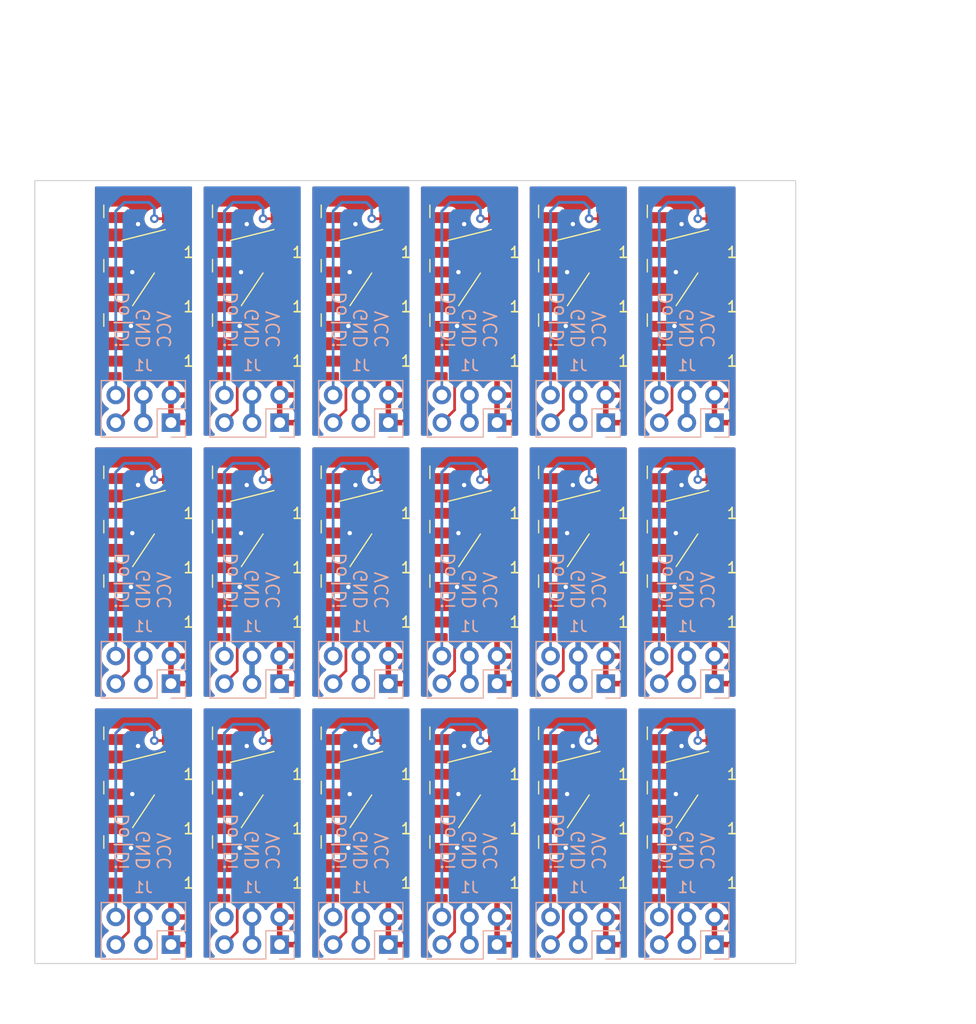
<source format=kicad_pcb>
(kicad_pcb (version 20171130) (host pcbnew 5.1.10-88a1d61d58~90~ubuntu21.04.1)
  (layers (0 F.Cu signal) (31 B.Cu signal) (34 B.Paste user) (35 F.Paste user) (36 B.SilkS user) (37 F.SilkS user) (38 B.Mask user) (39 F.Mask user) (44 Edge.Cuts user))
  (net 0 "")
  (net 1 Board_1-/Din)
  (net 2 Board_1-/Dout)
  (net 3 Board_1-GND)
  (net 4 "Board_1-Net-(D1-Pad2)")
  (net 5 "Board_1-Net-(D2-Pad2)")
  (net 6 Board_1-VCC)
  (net 7 Board_2-/Din)
  (net 8 Board_2-/Dout)
  (net 9 Board_2-GND)
  (net 10 "Board_2-Net-(D1-Pad2)")
  (net 11 "Board_2-Net-(D2-Pad2)")
  (net 12 Board_2-VCC)
  (net 13 Board_3-/Din)
  (net 14 Board_3-/Dout)
  (net 15 Board_3-GND)
  (net 16 "Board_3-Net-(D1-Pad2)")
  (net 17 "Board_3-Net-(D2-Pad2)")
  (net 18 Board_3-VCC)
  (net 19 Board_4-/Din)
  (net 20 Board_4-/Dout)
  (net 21 Board_4-GND)
  (net 22 "Board_4-Net-(D1-Pad2)")
  (net 23 "Board_4-Net-(D2-Pad2)")
  (net 24 Board_4-VCC)
  (net 25 Board_5-/Din)
  (net 26 Board_5-/Dout)
  (net 27 Board_5-GND)
  (net 28 "Board_5-Net-(D1-Pad2)")
  (net 29 "Board_5-Net-(D2-Pad2)")
  (net 30 Board_5-VCC)
  (net 31 Board_6-/Din)
  (net 32 Board_6-/Dout)
  (net 33 Board_6-GND)
  (net 34 "Board_6-Net-(D1-Pad2)")
  (net 35 "Board_6-Net-(D2-Pad2)")
  (net 36 Board_6-VCC)
  (net 37 Board_7-/Din)
  (net 38 Board_7-/Dout)
  (net 39 Board_7-GND)
  (net 40 "Board_7-Net-(D1-Pad2)")
  (net 41 "Board_7-Net-(D2-Pad2)")
  (net 42 Board_7-VCC)
  (net 43 Board_8-/Din)
  (net 44 Board_8-/Dout)
  (net 45 Board_8-GND)
  (net 46 "Board_8-Net-(D1-Pad2)")
  (net 47 "Board_8-Net-(D2-Pad2)")
  (net 48 Board_8-VCC)
  (net 49 Board_9-/Din)
  (net 50 Board_9-/Dout)
  (net 51 Board_9-GND)
  (net 52 "Board_9-Net-(D1-Pad2)")
  (net 53 "Board_9-Net-(D2-Pad2)")
  (net 54 Board_9-VCC)
  (net 55 Board_10-/Din)
  (net 56 Board_10-/Dout)
  (net 57 Board_10-GND)
  (net 58 "Board_10-Net-(D1-Pad2)")
  (net 59 "Board_10-Net-(D2-Pad2)")
  (net 60 Board_10-VCC)
  (net 61 Board_11-/Din)
  (net 62 Board_11-/Dout)
  (net 63 Board_11-GND)
  (net 64 "Board_11-Net-(D1-Pad2)")
  (net 65 "Board_11-Net-(D2-Pad2)")
  (net 66 Board_11-VCC)
  (net 67 Board_12-/Din)
  (net 68 Board_12-/Dout)
  (net 69 Board_12-GND)
  (net 70 "Board_12-Net-(D1-Pad2)")
  (net 71 "Board_12-Net-(D2-Pad2)")
  (net 72 Board_12-VCC)
  (net 73 Board_13-/Din)
  (net 74 Board_13-/Dout)
  (net 75 Board_13-GND)
  (net 76 "Board_13-Net-(D1-Pad2)")
  (net 77 "Board_13-Net-(D2-Pad2)")
  (net 78 Board_13-VCC)
  (net 79 Board_14-/Din)
  (net 80 Board_14-/Dout)
  (net 81 Board_14-GND)
  (net 82 "Board_14-Net-(D1-Pad2)")
  (net 83 "Board_14-Net-(D2-Pad2)")
  (net 84 Board_14-VCC)
  (net 85 Board_15-/Din)
  (net 86 Board_15-/Dout)
  (net 87 Board_15-GND)
  (net 88 "Board_15-Net-(D1-Pad2)")
  (net 89 "Board_15-Net-(D2-Pad2)")
  (net 90 Board_15-VCC)
  (net 91 Board_16-/Din)
  (net 92 Board_16-/Dout)
  (net 93 Board_16-GND)
  (net 94 "Board_16-Net-(D1-Pad2)")
  (net 95 "Board_16-Net-(D2-Pad2)")
  (net 96 Board_16-VCC)
  (net 97 Board_17-/Din)
  (net 98 Board_17-/Dout)
  (net 99 Board_17-GND)
  (net 100 "Board_17-Net-(D1-Pad2)")
  (net 101 "Board_17-Net-(D2-Pad2)")
  (net 102 Board_17-VCC)
  (net 103 Board_18-/Din)
  (net 104 Board_18-/Dout)
  (net 105 Board_18-GND)
  (net 106 "Board_18-Net-(D1-Pad2)")
  (net 107 "Board_18-Net-(D2-Pad2)")
  (net 108 Board_18-VCC)
  (module Connector_PinHeader_2.54mm:PinHeader_2x03_P2.54mm_Vertical (layer B.Cu) (at 107.529026 120.261011 90)
    (fp_text reference J1 (at 5.261 -2.529 180) (layer B.SilkS) (effects (justify mirror)))
    (fp_text value Conn_02x03_Odd_Even)
    (pad 1 thru_hole rect (at 0 0 90) (size 1.7 1.7) (drill 1) (layers *.Cu *.Mask) (net 108 Board_18-VCC))
    (pad 2 thru_hole oval (at 2.54 0 90) (size 1.7 1.7) (drill 1) (layers *.Cu *.Mask) (net 108 Board_18-VCC))
    (pad 3 thru_hole oval (at 0 -2.54 90) (size 1.7 1.7) (drill 1) (layers *.Cu *.Mask) (net 105 Board_18-GND))
    (pad 4 thru_hole oval (at 2.54 -2.54 90) (size 1.7 1.7) (drill 1) (layers *.Cu *.Mask) (net 105 Board_18-GND))
    (pad 5 thru_hole oval (at 0 -5.08 90) (size 1.7 1.7) (drill 1) (layers *.Cu *.Mask) (net 103 Board_18-/Din))
    (pad 6 thru_hole oval (at 2.54 -5.08 90) (size 1.7 1.7) (drill 1) (layers *.Cu *.Mask) (net 104 Board_18-/Dout))
  )
  (module IndicatorLeds:LED_WS2812B_PLCC4_5.0x5.0mm_P3.2mm (layer F.Cu) (at 105.000026 113.000011 180)
    (fp_text reference D1 hide)
    (fp_text value WS2812B)
    (fp_text user 1 (at -4.15 -1.6) (layer F.SilkS))
    (pad 1 smd rect (at -2.45 -1.6 180) (size 1.5 1) (layers F.Cu F.Paste F.Mask) (net 108 Board_18-VCC))
    (pad 2 smd rect (at -2.45 1.6 180) (size 1.5 1) (layers F.Cu F.Paste F.Mask) (net 106 "Board_18-Net-(D1-Pad2)"))
    (pad 4 smd rect (at 2.45 -1.6 180) (size 1.5 1) (layers F.Cu F.Paste F.Mask) (net 103 Board_18-/Din))
    (pad 3 smd rect (at 2.45 1.6 180) (size 1.5 1) (layers F.Cu F.Paste F.Mask) (net 105 Board_18-GND))
  )
  (module IndicatorLeds:LED_WS2812B_PLCC4_5.0x5.0mm_P3.2mm (layer F.Cu) (at 105.000026 108.000011 180)
    (fp_text reference D2 hide)
    (fp_text value WS2812B)
    (fp_text user 1 (at -4.15 -1.6) (layer F.SilkS))
    (pad 1 smd rect (at -2.45 -1.6 180) (size 1.5 1) (layers F.Cu F.Paste F.Mask) (net 108 Board_18-VCC))
    (pad 2 smd rect (at -2.45 1.6 180) (size 1.5 1) (layers F.Cu F.Paste F.Mask) (net 107 "Board_18-Net-(D2-Pad2)"))
    (pad 4 smd rect (at 2.45 -1.6 180) (size 1.5 1) (layers F.Cu F.Paste F.Mask) (net 106 "Board_18-Net-(D1-Pad2)"))
    (pad 3 smd rect (at 2.45 1.6 180) (size 1.5 1) (layers F.Cu F.Paste F.Mask) (net 105 Board_18-GND))
  )
  (module IndicatorLeds:LED_WS2812B_PLCC4_5.0x5.0mm_P3.2mm (layer F.Cu) (at 105.000026 103.000011 180)
    (fp_text reference D3 hide)
    (fp_text value WS2812B)
    (fp_text user 1 (at -4.15 -1.6) (layer F.SilkS))
    (pad 1 smd rect (at -2.45 -1.6 180) (size 1.5 1) (layers F.Cu F.Paste F.Mask) (net 108 Board_18-VCC))
    (pad 2 smd rect (at -2.45 1.6 180) (size 1.5 1) (layers F.Cu F.Paste F.Mask) (net 104 Board_18-/Dout))
    (pad 4 smd rect (at 2.45 -1.6 180) (size 1.5 1) (layers F.Cu F.Paste F.Mask) (net 107 "Board_18-Net-(D2-Pad2)"))
    (pad 3 smd rect (at 2.45 1.6 180) (size 1.5 1) (layers F.Cu F.Paste F.Mask) (net 105 Board_18-GND))
  )
  (module Connector_PinHeader_2.54mm:PinHeader_2x03_P2.54mm_Vertical (layer B.Cu) (at 97.529021 120.261011 90)
    (fp_text reference J1 (at 5.261 -2.529 180) (layer B.SilkS) (effects (justify mirror)))
    (fp_text value Conn_02x03_Odd_Even)
    (pad 1 thru_hole rect (at 0 0 90) (size 1.7 1.7) (drill 1) (layers *.Cu *.Mask) (net 102 Board_17-VCC))
    (pad 2 thru_hole oval (at 2.54 0 90) (size 1.7 1.7) (drill 1) (layers *.Cu *.Mask) (net 102 Board_17-VCC))
    (pad 3 thru_hole oval (at 0 -2.54 90) (size 1.7 1.7) (drill 1) (layers *.Cu *.Mask) (net 99 Board_17-GND))
    (pad 4 thru_hole oval (at 2.54 -2.54 90) (size 1.7 1.7) (drill 1) (layers *.Cu *.Mask) (net 99 Board_17-GND))
    (pad 5 thru_hole oval (at 0 -5.08 90) (size 1.7 1.7) (drill 1) (layers *.Cu *.Mask) (net 97 Board_17-/Din))
    (pad 6 thru_hole oval (at 2.54 -5.08 90) (size 1.7 1.7) (drill 1) (layers *.Cu *.Mask) (net 98 Board_17-/Dout))
  )
  (module IndicatorLeds:LED_WS2812B_PLCC4_5.0x5.0mm_P3.2mm (layer F.Cu) (at 95.000021 113.000011 180)
    (fp_text reference D1 hide)
    (fp_text value WS2812B)
    (fp_text user 1 (at -4.15 -1.6) (layer F.SilkS))
    (pad 1 smd rect (at -2.45 -1.6 180) (size 1.5 1) (layers F.Cu F.Paste F.Mask) (net 102 Board_17-VCC))
    (pad 2 smd rect (at -2.45 1.6 180) (size 1.5 1) (layers F.Cu F.Paste F.Mask) (net 100 "Board_17-Net-(D1-Pad2)"))
    (pad 4 smd rect (at 2.45 -1.6 180) (size 1.5 1) (layers F.Cu F.Paste F.Mask) (net 97 Board_17-/Din))
    (pad 3 smd rect (at 2.45 1.6 180) (size 1.5 1) (layers F.Cu F.Paste F.Mask) (net 99 Board_17-GND))
  )
  (module IndicatorLeds:LED_WS2812B_PLCC4_5.0x5.0mm_P3.2mm (layer F.Cu) (at 95.000021 108.000011 180)
    (fp_text reference D2 hide)
    (fp_text value WS2812B)
    (fp_text user 1 (at -4.15 -1.6) (layer F.SilkS))
    (pad 1 smd rect (at -2.45 -1.6 180) (size 1.5 1) (layers F.Cu F.Paste F.Mask) (net 102 Board_17-VCC))
    (pad 2 smd rect (at -2.45 1.6 180) (size 1.5 1) (layers F.Cu F.Paste F.Mask) (net 101 "Board_17-Net-(D2-Pad2)"))
    (pad 4 smd rect (at 2.45 -1.6 180) (size 1.5 1) (layers F.Cu F.Paste F.Mask) (net 100 "Board_17-Net-(D1-Pad2)"))
    (pad 3 smd rect (at 2.45 1.6 180) (size 1.5 1) (layers F.Cu F.Paste F.Mask) (net 99 Board_17-GND))
  )
  (module IndicatorLeds:LED_WS2812B_PLCC4_5.0x5.0mm_P3.2mm (layer F.Cu) (at 95.000021 103.000011 180)
    (fp_text reference D3 hide)
    (fp_text value WS2812B)
    (fp_text user 1 (at -4.15 -1.6) (layer F.SilkS))
    (pad 1 smd rect (at -2.45 -1.6 180) (size 1.5 1) (layers F.Cu F.Paste F.Mask) (net 102 Board_17-VCC))
    (pad 2 smd rect (at -2.45 1.6 180) (size 1.5 1) (layers F.Cu F.Paste F.Mask) (net 98 Board_17-/Dout))
    (pad 4 smd rect (at 2.45 -1.6 180) (size 1.5 1) (layers F.Cu F.Paste F.Mask) (net 101 "Board_17-Net-(D2-Pad2)"))
    (pad 3 smd rect (at 2.45 1.6 180) (size 1.5 1) (layers F.Cu F.Paste F.Mask) (net 99 Board_17-GND))
  )
  (module Connector_PinHeader_2.54mm:PinHeader_2x03_P2.54mm_Vertical (layer B.Cu) (at 87.529016 120.261011 90)
    (fp_text reference J1 (at 5.261 -2.529 180) (layer B.SilkS) (effects (justify mirror)))
    (fp_text value Conn_02x03_Odd_Even)
    (pad 1 thru_hole rect (at 0 0 90) (size 1.7 1.7) (drill 1) (layers *.Cu *.Mask) (net 96 Board_16-VCC))
    (pad 2 thru_hole oval (at 2.54 0 90) (size 1.7 1.7) (drill 1) (layers *.Cu *.Mask) (net 96 Board_16-VCC))
    (pad 3 thru_hole oval (at 0 -2.54 90) (size 1.7 1.7) (drill 1) (layers *.Cu *.Mask) (net 93 Board_16-GND))
    (pad 4 thru_hole oval (at 2.54 -2.54 90) (size 1.7 1.7) (drill 1) (layers *.Cu *.Mask) (net 93 Board_16-GND))
    (pad 5 thru_hole oval (at 0 -5.08 90) (size 1.7 1.7) (drill 1) (layers *.Cu *.Mask) (net 91 Board_16-/Din))
    (pad 6 thru_hole oval (at 2.54 -5.08 90) (size 1.7 1.7) (drill 1) (layers *.Cu *.Mask) (net 92 Board_16-/Dout))
  )
  (module IndicatorLeds:LED_WS2812B_PLCC4_5.0x5.0mm_P3.2mm (layer F.Cu) (at 85.000016 113.000011 180)
    (fp_text reference D1 hide)
    (fp_text value WS2812B)
    (fp_text user 1 (at -4.15 -1.6) (layer F.SilkS))
    (pad 1 smd rect (at -2.45 -1.6 180) (size 1.5 1) (layers F.Cu F.Paste F.Mask) (net 96 Board_16-VCC))
    (pad 2 smd rect (at -2.45 1.6 180) (size 1.5 1) (layers F.Cu F.Paste F.Mask) (net 94 "Board_16-Net-(D1-Pad2)"))
    (pad 4 smd rect (at 2.45 -1.6 180) (size 1.5 1) (layers F.Cu F.Paste F.Mask) (net 91 Board_16-/Din))
    (pad 3 smd rect (at 2.45 1.6 180) (size 1.5 1) (layers F.Cu F.Paste F.Mask) (net 93 Board_16-GND))
  )
  (module IndicatorLeds:LED_WS2812B_PLCC4_5.0x5.0mm_P3.2mm (layer F.Cu) (at 85.000016 108.000011 180)
    (fp_text reference D2 hide)
    (fp_text value WS2812B)
    (fp_text user 1 (at -4.15 -1.6) (layer F.SilkS))
    (pad 1 smd rect (at -2.45 -1.6 180) (size 1.5 1) (layers F.Cu F.Paste F.Mask) (net 96 Board_16-VCC))
    (pad 2 smd rect (at -2.45 1.6 180) (size 1.5 1) (layers F.Cu F.Paste F.Mask) (net 95 "Board_16-Net-(D2-Pad2)"))
    (pad 4 smd rect (at 2.45 -1.6 180) (size 1.5 1) (layers F.Cu F.Paste F.Mask) (net 94 "Board_16-Net-(D1-Pad2)"))
    (pad 3 smd rect (at 2.45 1.6 180) (size 1.5 1) (layers F.Cu F.Paste F.Mask) (net 93 Board_16-GND))
  )
  (module IndicatorLeds:LED_WS2812B_PLCC4_5.0x5.0mm_P3.2mm (layer F.Cu) (at 85.000016 103.000011 180)
    (fp_text reference D3 hide)
    (fp_text value WS2812B)
    (fp_text user 1 (at -4.15 -1.6) (layer F.SilkS))
    (pad 1 smd rect (at -2.45 -1.6 180) (size 1.5 1) (layers F.Cu F.Paste F.Mask) (net 96 Board_16-VCC))
    (pad 2 smd rect (at -2.45 1.6 180) (size 1.5 1) (layers F.Cu F.Paste F.Mask) (net 92 Board_16-/Dout))
    (pad 4 smd rect (at 2.45 -1.6 180) (size 1.5 1) (layers F.Cu F.Paste F.Mask) (net 95 "Board_16-Net-(D2-Pad2)"))
    (pad 3 smd rect (at 2.45 1.6 180) (size 1.5 1) (layers F.Cu F.Paste F.Mask) (net 93 Board_16-GND))
  )
  (module Connector_PinHeader_2.54mm:PinHeader_2x03_P2.54mm_Vertical (layer B.Cu) (at 77.529011 120.261011 90)
    (fp_text reference J1 (at 5.261 -2.529 180) (layer B.SilkS) (effects (justify mirror)))
    (fp_text value Conn_02x03_Odd_Even)
    (pad 1 thru_hole rect (at 0 0 90) (size 1.7 1.7) (drill 1) (layers *.Cu *.Mask) (net 90 Board_15-VCC))
    (pad 2 thru_hole oval (at 2.54 0 90) (size 1.7 1.7) (drill 1) (layers *.Cu *.Mask) (net 90 Board_15-VCC))
    (pad 3 thru_hole oval (at 0 -2.54 90) (size 1.7 1.7) (drill 1) (layers *.Cu *.Mask) (net 87 Board_15-GND))
    (pad 4 thru_hole oval (at 2.54 -2.54 90) (size 1.7 1.7) (drill 1) (layers *.Cu *.Mask) (net 87 Board_15-GND))
    (pad 5 thru_hole oval (at 0 -5.08 90) (size 1.7 1.7) (drill 1) (layers *.Cu *.Mask) (net 85 Board_15-/Din))
    (pad 6 thru_hole oval (at 2.54 -5.08 90) (size 1.7 1.7) (drill 1) (layers *.Cu *.Mask) (net 86 Board_15-/Dout))
  )
  (module IndicatorLeds:LED_WS2812B_PLCC4_5.0x5.0mm_P3.2mm (layer F.Cu) (at 75.000011 113.000011 180)
    (fp_text reference D1 hide)
    (fp_text value WS2812B)
    (fp_text user 1 (at -4.15 -1.6) (layer F.SilkS))
    (pad 1 smd rect (at -2.45 -1.6 180) (size 1.5 1) (layers F.Cu F.Paste F.Mask) (net 90 Board_15-VCC))
    (pad 2 smd rect (at -2.45 1.6 180) (size 1.5 1) (layers F.Cu F.Paste F.Mask) (net 88 "Board_15-Net-(D1-Pad2)"))
    (pad 4 smd rect (at 2.45 -1.6 180) (size 1.5 1) (layers F.Cu F.Paste F.Mask) (net 85 Board_15-/Din))
    (pad 3 smd rect (at 2.45 1.6 180) (size 1.5 1) (layers F.Cu F.Paste F.Mask) (net 87 Board_15-GND))
  )
  (module IndicatorLeds:LED_WS2812B_PLCC4_5.0x5.0mm_P3.2mm (layer F.Cu) (at 75.000011 108.000011 180)
    (fp_text reference D2 hide)
    (fp_text value WS2812B)
    (fp_text user 1 (at -4.15 -1.6) (layer F.SilkS))
    (pad 1 smd rect (at -2.45 -1.6 180) (size 1.5 1) (layers F.Cu F.Paste F.Mask) (net 90 Board_15-VCC))
    (pad 2 smd rect (at -2.45 1.6 180) (size 1.5 1) (layers F.Cu F.Paste F.Mask) (net 89 "Board_15-Net-(D2-Pad2)"))
    (pad 4 smd rect (at 2.45 -1.6 180) (size 1.5 1) (layers F.Cu F.Paste F.Mask) (net 88 "Board_15-Net-(D1-Pad2)"))
    (pad 3 smd rect (at 2.45 1.6 180) (size 1.5 1) (layers F.Cu F.Paste F.Mask) (net 87 Board_15-GND))
  )
  (module IndicatorLeds:LED_WS2812B_PLCC4_5.0x5.0mm_P3.2mm (layer F.Cu) (at 75.000011 103.000011 180)
    (fp_text reference D3 hide)
    (fp_text value WS2812B)
    (fp_text user 1 (at -4.15 -1.6) (layer F.SilkS))
    (pad 1 smd rect (at -2.45 -1.6 180) (size 1.5 1) (layers F.Cu F.Paste F.Mask) (net 90 Board_15-VCC))
    (pad 2 smd rect (at -2.45 1.6 180) (size 1.5 1) (layers F.Cu F.Paste F.Mask) (net 86 Board_15-/Dout))
    (pad 4 smd rect (at 2.45 -1.6 180) (size 1.5 1) (layers F.Cu F.Paste F.Mask) (net 89 "Board_15-Net-(D2-Pad2)"))
    (pad 3 smd rect (at 2.45 1.6 180) (size 1.5 1) (layers F.Cu F.Paste F.Mask) (net 87 Board_15-GND))
  )
  (module Connector_PinHeader_2.54mm:PinHeader_2x03_P2.54mm_Vertical (layer B.Cu) (at 67.529006 120.261011 90)
    (fp_text reference J1 (at 5.261 -2.529 180) (layer B.SilkS) (effects (justify mirror)))
    (fp_text value Conn_02x03_Odd_Even)
    (pad 1 thru_hole rect (at 0 0 90) (size 1.7 1.7) (drill 1) (layers *.Cu *.Mask) (net 84 Board_14-VCC))
    (pad 2 thru_hole oval (at 2.54 0 90) (size 1.7 1.7) (drill 1) (layers *.Cu *.Mask) (net 84 Board_14-VCC))
    (pad 3 thru_hole oval (at 0 -2.54 90) (size 1.7 1.7) (drill 1) (layers *.Cu *.Mask) (net 81 Board_14-GND))
    (pad 4 thru_hole oval (at 2.54 -2.54 90) (size 1.7 1.7) (drill 1) (layers *.Cu *.Mask) (net 81 Board_14-GND))
    (pad 5 thru_hole oval (at 0 -5.08 90) (size 1.7 1.7) (drill 1) (layers *.Cu *.Mask) (net 79 Board_14-/Din))
    (pad 6 thru_hole oval (at 2.54 -5.08 90) (size 1.7 1.7) (drill 1) (layers *.Cu *.Mask) (net 80 Board_14-/Dout))
  )
  (module IndicatorLeds:LED_WS2812B_PLCC4_5.0x5.0mm_P3.2mm (layer F.Cu) (at 65.000006 113.000011 180)
    (fp_text reference D1 hide)
    (fp_text value WS2812B)
    (fp_text user 1 (at -4.15 -1.6) (layer F.SilkS))
    (pad 1 smd rect (at -2.45 -1.6 180) (size 1.5 1) (layers F.Cu F.Paste F.Mask) (net 84 Board_14-VCC))
    (pad 2 smd rect (at -2.45 1.6 180) (size 1.5 1) (layers F.Cu F.Paste F.Mask) (net 82 "Board_14-Net-(D1-Pad2)"))
    (pad 4 smd rect (at 2.45 -1.6 180) (size 1.5 1) (layers F.Cu F.Paste F.Mask) (net 79 Board_14-/Din))
    (pad 3 smd rect (at 2.45 1.6 180) (size 1.5 1) (layers F.Cu F.Paste F.Mask) (net 81 Board_14-GND))
  )
  (module IndicatorLeds:LED_WS2812B_PLCC4_5.0x5.0mm_P3.2mm (layer F.Cu) (at 65.000006 108.000011 180)
    (fp_text reference D2 hide)
    (fp_text value WS2812B)
    (fp_text user 1 (at -4.15 -1.6) (layer F.SilkS))
    (pad 1 smd rect (at -2.45 -1.6 180) (size 1.5 1) (layers F.Cu F.Paste F.Mask) (net 84 Board_14-VCC))
    (pad 2 smd rect (at -2.45 1.6 180) (size 1.5 1) (layers F.Cu F.Paste F.Mask) (net 83 "Board_14-Net-(D2-Pad2)"))
    (pad 4 smd rect (at 2.45 -1.6 180) (size 1.5 1) (layers F.Cu F.Paste F.Mask) (net 82 "Board_14-Net-(D1-Pad2)"))
    (pad 3 smd rect (at 2.45 1.6 180) (size 1.5 1) (layers F.Cu F.Paste F.Mask) (net 81 Board_14-GND))
  )
  (module IndicatorLeds:LED_WS2812B_PLCC4_5.0x5.0mm_P3.2mm (layer F.Cu) (at 65.000006 103.000011 180)
    (fp_text reference D3 hide)
    (fp_text value WS2812B)
    (fp_text user 1 (at -4.15 -1.6) (layer F.SilkS))
    (pad 1 smd rect (at -2.45 -1.6 180) (size 1.5 1) (layers F.Cu F.Paste F.Mask) (net 84 Board_14-VCC))
    (pad 2 smd rect (at -2.45 1.6 180) (size 1.5 1) (layers F.Cu F.Paste F.Mask) (net 80 Board_14-/Dout))
    (pad 4 smd rect (at 2.45 -1.6 180) (size 1.5 1) (layers F.Cu F.Paste F.Mask) (net 83 "Board_14-Net-(D2-Pad2)"))
    (pad 3 smd rect (at 2.45 1.6 180) (size 1.5 1) (layers F.Cu F.Paste F.Mask) (net 81 Board_14-GND))
  )
  (module Connector_PinHeader_2.54mm:PinHeader_2x03_P2.54mm_Vertical (layer B.Cu) (at 57.529001 120.261011 90)
    (fp_text reference J1 (at 5.261 -2.529 180) (layer B.SilkS) (effects (justify mirror)))
    (fp_text value Conn_02x03_Odd_Even)
    (pad 1 thru_hole rect (at 0 0 90) (size 1.7 1.7) (drill 1) (layers *.Cu *.Mask) (net 78 Board_13-VCC))
    (pad 2 thru_hole oval (at 2.54 0 90) (size 1.7 1.7) (drill 1) (layers *.Cu *.Mask) (net 78 Board_13-VCC))
    (pad 3 thru_hole oval (at 0 -2.54 90) (size 1.7 1.7) (drill 1) (layers *.Cu *.Mask) (net 75 Board_13-GND))
    (pad 4 thru_hole oval (at 2.54 -2.54 90) (size 1.7 1.7) (drill 1) (layers *.Cu *.Mask) (net 75 Board_13-GND))
    (pad 5 thru_hole oval (at 0 -5.08 90) (size 1.7 1.7) (drill 1) (layers *.Cu *.Mask) (net 73 Board_13-/Din))
    (pad 6 thru_hole oval (at 2.54 -5.08 90) (size 1.7 1.7) (drill 1) (layers *.Cu *.Mask) (net 74 Board_13-/Dout))
  )
  (module IndicatorLeds:LED_WS2812B_PLCC4_5.0x5.0mm_P3.2mm (layer F.Cu) (at 55.000001 113.000011 180)
    (fp_text reference D1 hide)
    (fp_text value WS2812B)
    (fp_text user 1 (at -4.15 -1.6) (layer F.SilkS))
    (pad 1 smd rect (at -2.45 -1.6 180) (size 1.5 1) (layers F.Cu F.Paste F.Mask) (net 78 Board_13-VCC))
    (pad 2 smd rect (at -2.45 1.6 180) (size 1.5 1) (layers F.Cu F.Paste F.Mask) (net 76 "Board_13-Net-(D1-Pad2)"))
    (pad 4 smd rect (at 2.45 -1.6 180) (size 1.5 1) (layers F.Cu F.Paste F.Mask) (net 73 Board_13-/Din))
    (pad 3 smd rect (at 2.45 1.6 180) (size 1.5 1) (layers F.Cu F.Paste F.Mask) (net 75 Board_13-GND))
  )
  (module IndicatorLeds:LED_WS2812B_PLCC4_5.0x5.0mm_P3.2mm (layer F.Cu) (at 55.000001 108.000011 180)
    (fp_text reference D2 hide)
    (fp_text value WS2812B)
    (fp_text user 1 (at -4.15 -1.6) (layer F.SilkS))
    (pad 1 smd rect (at -2.45 -1.6 180) (size 1.5 1) (layers F.Cu F.Paste F.Mask) (net 78 Board_13-VCC))
    (pad 2 smd rect (at -2.45 1.6 180) (size 1.5 1) (layers F.Cu F.Paste F.Mask) (net 77 "Board_13-Net-(D2-Pad2)"))
    (pad 4 smd rect (at 2.45 -1.6 180) (size 1.5 1) (layers F.Cu F.Paste F.Mask) (net 76 "Board_13-Net-(D1-Pad2)"))
    (pad 3 smd rect (at 2.45 1.6 180) (size 1.5 1) (layers F.Cu F.Paste F.Mask) (net 75 Board_13-GND))
  )
  (module IndicatorLeds:LED_WS2812B_PLCC4_5.0x5.0mm_P3.2mm (layer F.Cu) (at 55.000001 103.000011 180)
    (fp_text reference D3 hide)
    (fp_text value WS2812B)
    (fp_text user 1 (at -4.15 -1.6) (layer F.SilkS))
    (pad 1 smd rect (at -2.45 -1.6 180) (size 1.5 1) (layers F.Cu F.Paste F.Mask) (net 78 Board_13-VCC))
    (pad 2 smd rect (at -2.45 1.6 180) (size 1.5 1) (layers F.Cu F.Paste F.Mask) (net 74 Board_13-/Dout))
    (pad 4 smd rect (at 2.45 -1.6 180) (size 1.5 1) (layers F.Cu F.Paste F.Mask) (net 77 "Board_13-Net-(D2-Pad2)"))
    (pad 3 smd rect (at 2.45 1.6 180) (size 1.5 1) (layers F.Cu F.Paste F.Mask) (net 75 Board_13-GND))
  )
  (module Connector_PinHeader_2.54mm:PinHeader_2x03_P2.54mm_Vertical (layer B.Cu) (at 107.529026 96.261006 90)
    (fp_text reference J1 (at 5.261 -2.529 180) (layer B.SilkS) (effects (justify mirror)))
    (fp_text value Conn_02x03_Odd_Even)
    (pad 1 thru_hole rect (at 0 0 90) (size 1.7 1.7) (drill 1) (layers *.Cu *.Mask) (net 72 Board_12-VCC))
    (pad 2 thru_hole oval (at 2.54 0 90) (size 1.7 1.7) (drill 1) (layers *.Cu *.Mask) (net 72 Board_12-VCC))
    (pad 3 thru_hole oval (at 0 -2.54 90) (size 1.7 1.7) (drill 1) (layers *.Cu *.Mask) (net 69 Board_12-GND))
    (pad 4 thru_hole oval (at 2.54 -2.54 90) (size 1.7 1.7) (drill 1) (layers *.Cu *.Mask) (net 69 Board_12-GND))
    (pad 5 thru_hole oval (at 0 -5.08 90) (size 1.7 1.7) (drill 1) (layers *.Cu *.Mask) (net 67 Board_12-/Din))
    (pad 6 thru_hole oval (at 2.54 -5.08 90) (size 1.7 1.7) (drill 1) (layers *.Cu *.Mask) (net 68 Board_12-/Dout))
  )
  (module IndicatorLeds:LED_WS2812B_PLCC4_5.0x5.0mm_P3.2mm (layer F.Cu) (at 105.000026 89.000006 180)
    (fp_text reference D1 hide)
    (fp_text value WS2812B)
    (fp_text user 1 (at -4.15 -1.6) (layer F.SilkS))
    (pad 1 smd rect (at -2.45 -1.6 180) (size 1.5 1) (layers F.Cu F.Paste F.Mask) (net 72 Board_12-VCC))
    (pad 2 smd rect (at -2.45 1.6 180) (size 1.5 1) (layers F.Cu F.Paste F.Mask) (net 70 "Board_12-Net-(D1-Pad2)"))
    (pad 4 smd rect (at 2.45 -1.6 180) (size 1.5 1) (layers F.Cu F.Paste F.Mask) (net 67 Board_12-/Din))
    (pad 3 smd rect (at 2.45 1.6 180) (size 1.5 1) (layers F.Cu F.Paste F.Mask) (net 69 Board_12-GND))
  )
  (module IndicatorLeds:LED_WS2812B_PLCC4_5.0x5.0mm_P3.2mm (layer F.Cu) (at 105.000026 84.000006 180)
    (fp_text reference D2 hide)
    (fp_text value WS2812B)
    (fp_text user 1 (at -4.15 -1.6) (layer F.SilkS))
    (pad 1 smd rect (at -2.45 -1.6 180) (size 1.5 1) (layers F.Cu F.Paste F.Mask) (net 72 Board_12-VCC))
    (pad 2 smd rect (at -2.45 1.6 180) (size 1.5 1) (layers F.Cu F.Paste F.Mask) (net 71 "Board_12-Net-(D2-Pad2)"))
    (pad 4 smd rect (at 2.45 -1.6 180) (size 1.5 1) (layers F.Cu F.Paste F.Mask) (net 70 "Board_12-Net-(D1-Pad2)"))
    (pad 3 smd rect (at 2.45 1.6 180) (size 1.5 1) (layers F.Cu F.Paste F.Mask) (net 69 Board_12-GND))
  )
  (module IndicatorLeds:LED_WS2812B_PLCC4_5.0x5.0mm_P3.2mm (layer F.Cu) (at 105.000026 79.000006 180)
    (fp_text reference D3 hide)
    (fp_text value WS2812B)
    (fp_text user 1 (at -4.15 -1.6) (layer F.SilkS))
    (pad 1 smd rect (at -2.45 -1.6 180) (size 1.5 1) (layers F.Cu F.Paste F.Mask) (net 72 Board_12-VCC))
    (pad 2 smd rect (at -2.45 1.6 180) (size 1.5 1) (layers F.Cu F.Paste F.Mask) (net 68 Board_12-/Dout))
    (pad 4 smd rect (at 2.45 -1.6 180) (size 1.5 1) (layers F.Cu F.Paste F.Mask) (net 71 "Board_12-Net-(D2-Pad2)"))
    (pad 3 smd rect (at 2.45 1.6 180) (size 1.5 1) (layers F.Cu F.Paste F.Mask) (net 69 Board_12-GND))
  )
  (module Connector_PinHeader_2.54mm:PinHeader_2x03_P2.54mm_Vertical (layer B.Cu) (at 97.529021 96.261006 90)
    (fp_text reference J1 (at 5.261 -2.529 180) (layer B.SilkS) (effects (justify mirror)))
    (fp_text value Conn_02x03_Odd_Even)
    (pad 1 thru_hole rect (at 0 0 90) (size 1.7 1.7) (drill 1) (layers *.Cu *.Mask) (net 66 Board_11-VCC))
    (pad 2 thru_hole oval (at 2.54 0 90) (size 1.7 1.7) (drill 1) (layers *.Cu *.Mask) (net 66 Board_11-VCC))
    (pad 3 thru_hole oval (at 0 -2.54 90) (size 1.7 1.7) (drill 1) (layers *.Cu *.Mask) (net 63 Board_11-GND))
    (pad 4 thru_hole oval (at 2.54 -2.54 90) (size 1.7 1.7) (drill 1) (layers *.Cu *.Mask) (net 63 Board_11-GND))
    (pad 5 thru_hole oval (at 0 -5.08 90) (size 1.7 1.7) (drill 1) (layers *.Cu *.Mask) (net 61 Board_11-/Din))
    (pad 6 thru_hole oval (at 2.54 -5.08 90) (size 1.7 1.7) (drill 1) (layers *.Cu *.Mask) (net 62 Board_11-/Dout))
  )
  (module IndicatorLeds:LED_WS2812B_PLCC4_5.0x5.0mm_P3.2mm (layer F.Cu) (at 95.000021 89.000006 180)
    (fp_text reference D1 hide)
    (fp_text value WS2812B)
    (fp_text user 1 (at -4.15 -1.6) (layer F.SilkS))
    (pad 1 smd rect (at -2.45 -1.6 180) (size 1.5 1) (layers F.Cu F.Paste F.Mask) (net 66 Board_11-VCC))
    (pad 2 smd rect (at -2.45 1.6 180) (size 1.5 1) (layers F.Cu F.Paste F.Mask) (net 64 "Board_11-Net-(D1-Pad2)"))
    (pad 4 smd rect (at 2.45 -1.6 180) (size 1.5 1) (layers F.Cu F.Paste F.Mask) (net 61 Board_11-/Din))
    (pad 3 smd rect (at 2.45 1.6 180) (size 1.5 1) (layers F.Cu F.Paste F.Mask) (net 63 Board_11-GND))
  )
  (module IndicatorLeds:LED_WS2812B_PLCC4_5.0x5.0mm_P3.2mm (layer F.Cu) (at 95.000021 84.000006 180)
    (fp_text reference D2 hide)
    (fp_text value WS2812B)
    (fp_text user 1 (at -4.15 -1.6) (layer F.SilkS))
    (pad 1 smd rect (at -2.45 -1.6 180) (size 1.5 1) (layers F.Cu F.Paste F.Mask) (net 66 Board_11-VCC))
    (pad 2 smd rect (at -2.45 1.6 180) (size 1.5 1) (layers F.Cu F.Paste F.Mask) (net 65 "Board_11-Net-(D2-Pad2)"))
    (pad 4 smd rect (at 2.45 -1.6 180) (size 1.5 1) (layers F.Cu F.Paste F.Mask) (net 64 "Board_11-Net-(D1-Pad2)"))
    (pad 3 smd rect (at 2.45 1.6 180) (size 1.5 1) (layers F.Cu F.Paste F.Mask) (net 63 Board_11-GND))
  )
  (module IndicatorLeds:LED_WS2812B_PLCC4_5.0x5.0mm_P3.2mm (layer F.Cu) (at 95.000021 79.000006 180)
    (fp_text reference D3 hide)
    (fp_text value WS2812B)
    (fp_text user 1 (at -4.15 -1.6) (layer F.SilkS))
    (pad 1 smd rect (at -2.45 -1.6 180) (size 1.5 1) (layers F.Cu F.Paste F.Mask) (net 66 Board_11-VCC))
    (pad 2 smd rect (at -2.45 1.6 180) (size 1.5 1) (layers F.Cu F.Paste F.Mask) (net 62 Board_11-/Dout))
    (pad 4 smd rect (at 2.45 -1.6 180) (size 1.5 1) (layers F.Cu F.Paste F.Mask) (net 65 "Board_11-Net-(D2-Pad2)"))
    (pad 3 smd rect (at 2.45 1.6 180) (size 1.5 1) (layers F.Cu F.Paste F.Mask) (net 63 Board_11-GND))
  )
  (module Connector_PinHeader_2.54mm:PinHeader_2x03_P2.54mm_Vertical (layer B.Cu) (at 87.529016 96.261006 90)
    (fp_text reference J1 (at 5.261 -2.529 180) (layer B.SilkS) (effects (justify mirror)))
    (fp_text value Conn_02x03_Odd_Even)
    (pad 1 thru_hole rect (at 0 0 90) (size 1.7 1.7) (drill 1) (layers *.Cu *.Mask) (net 60 Board_10-VCC))
    (pad 2 thru_hole oval (at 2.54 0 90) (size 1.7 1.7) (drill 1) (layers *.Cu *.Mask) (net 60 Board_10-VCC))
    (pad 3 thru_hole oval (at 0 -2.54 90) (size 1.7 1.7) (drill 1) (layers *.Cu *.Mask) (net 57 Board_10-GND))
    (pad 4 thru_hole oval (at 2.54 -2.54 90) (size 1.7 1.7) (drill 1) (layers *.Cu *.Mask) (net 57 Board_10-GND))
    (pad 5 thru_hole oval (at 0 -5.08 90) (size 1.7 1.7) (drill 1) (layers *.Cu *.Mask) (net 55 Board_10-/Din))
    (pad 6 thru_hole oval (at 2.54 -5.08 90) (size 1.7 1.7) (drill 1) (layers *.Cu *.Mask) (net 56 Board_10-/Dout))
  )
  (module IndicatorLeds:LED_WS2812B_PLCC4_5.0x5.0mm_P3.2mm (layer F.Cu) (at 85.000016 89.000006 180)
    (fp_text reference D1 hide)
    (fp_text value WS2812B)
    (fp_text user 1 (at -4.15 -1.6) (layer F.SilkS))
    (pad 1 smd rect (at -2.45 -1.6 180) (size 1.5 1) (layers F.Cu F.Paste F.Mask) (net 60 Board_10-VCC))
    (pad 2 smd rect (at -2.45 1.6 180) (size 1.5 1) (layers F.Cu F.Paste F.Mask) (net 58 "Board_10-Net-(D1-Pad2)"))
    (pad 4 smd rect (at 2.45 -1.6 180) (size 1.5 1) (layers F.Cu F.Paste F.Mask) (net 55 Board_10-/Din))
    (pad 3 smd rect (at 2.45 1.6 180) (size 1.5 1) (layers F.Cu F.Paste F.Mask) (net 57 Board_10-GND))
  )
  (module IndicatorLeds:LED_WS2812B_PLCC4_5.0x5.0mm_P3.2mm (layer F.Cu) (at 85.000016 84.000006 180)
    (fp_text reference D2 hide)
    (fp_text value WS2812B)
    (fp_text user 1 (at -4.15 -1.6) (layer F.SilkS))
    (pad 1 smd rect (at -2.45 -1.6 180) (size 1.5 1) (layers F.Cu F.Paste F.Mask) (net 60 Board_10-VCC))
    (pad 2 smd rect (at -2.45 1.6 180) (size 1.5 1) (layers F.Cu F.Paste F.Mask) (net 59 "Board_10-Net-(D2-Pad2)"))
    (pad 4 smd rect (at 2.45 -1.6 180) (size 1.5 1) (layers F.Cu F.Paste F.Mask) (net 58 "Board_10-Net-(D1-Pad2)"))
    (pad 3 smd rect (at 2.45 1.6 180) (size 1.5 1) (layers F.Cu F.Paste F.Mask) (net 57 Board_10-GND))
  )
  (module IndicatorLeds:LED_WS2812B_PLCC4_5.0x5.0mm_P3.2mm (layer F.Cu) (at 85.000016 79.000006 180)
    (fp_text reference D3 hide)
    (fp_text value WS2812B)
    (fp_text user 1 (at -4.15 -1.6) (layer F.SilkS))
    (pad 1 smd rect (at -2.45 -1.6 180) (size 1.5 1) (layers F.Cu F.Paste F.Mask) (net 60 Board_10-VCC))
    (pad 2 smd rect (at -2.45 1.6 180) (size 1.5 1) (layers F.Cu F.Paste F.Mask) (net 56 Board_10-/Dout))
    (pad 4 smd rect (at 2.45 -1.6 180) (size 1.5 1) (layers F.Cu F.Paste F.Mask) (net 59 "Board_10-Net-(D2-Pad2)"))
    (pad 3 smd rect (at 2.45 1.6 180) (size 1.5 1) (layers F.Cu F.Paste F.Mask) (net 57 Board_10-GND))
  )
  (module Connector_PinHeader_2.54mm:PinHeader_2x03_P2.54mm_Vertical (layer B.Cu) (at 77.529011 96.261006 90)
    (fp_text reference J1 (at 5.261 -2.529 180) (layer B.SilkS) (effects (justify mirror)))
    (fp_text value Conn_02x03_Odd_Even)
    (pad 1 thru_hole rect (at 0 0 90) (size 1.7 1.7) (drill 1) (layers *.Cu *.Mask) (net 54 Board_9-VCC))
    (pad 2 thru_hole oval (at 2.54 0 90) (size 1.7 1.7) (drill 1) (layers *.Cu *.Mask) (net 54 Board_9-VCC))
    (pad 3 thru_hole oval (at 0 -2.54 90) (size 1.7 1.7) (drill 1) (layers *.Cu *.Mask) (net 51 Board_9-GND))
    (pad 4 thru_hole oval (at 2.54 -2.54 90) (size 1.7 1.7) (drill 1) (layers *.Cu *.Mask) (net 51 Board_9-GND))
    (pad 5 thru_hole oval (at 0 -5.08 90) (size 1.7 1.7) (drill 1) (layers *.Cu *.Mask) (net 49 Board_9-/Din))
    (pad 6 thru_hole oval (at 2.54 -5.08 90) (size 1.7 1.7) (drill 1) (layers *.Cu *.Mask) (net 50 Board_9-/Dout))
  )
  (module IndicatorLeds:LED_WS2812B_PLCC4_5.0x5.0mm_P3.2mm (layer F.Cu) (at 75.000011 89.000006 180)
    (fp_text reference D1 hide)
    (fp_text value WS2812B)
    (fp_text user 1 (at -4.15 -1.6) (layer F.SilkS))
    (pad 1 smd rect (at -2.45 -1.6 180) (size 1.5 1) (layers F.Cu F.Paste F.Mask) (net 54 Board_9-VCC))
    (pad 2 smd rect (at -2.45 1.6 180) (size 1.5 1) (layers F.Cu F.Paste F.Mask) (net 52 "Board_9-Net-(D1-Pad2)"))
    (pad 4 smd rect (at 2.45 -1.6 180) (size 1.5 1) (layers F.Cu F.Paste F.Mask) (net 49 Board_9-/Din))
    (pad 3 smd rect (at 2.45 1.6 180) (size 1.5 1) (layers F.Cu F.Paste F.Mask) (net 51 Board_9-GND))
  )
  (module IndicatorLeds:LED_WS2812B_PLCC4_5.0x5.0mm_P3.2mm (layer F.Cu) (at 75.000011 84.000006 180)
    (fp_text reference D2 hide)
    (fp_text value WS2812B)
    (fp_text user 1 (at -4.15 -1.6) (layer F.SilkS))
    (pad 1 smd rect (at -2.45 -1.6 180) (size 1.5 1) (layers F.Cu F.Paste F.Mask) (net 54 Board_9-VCC))
    (pad 2 smd rect (at -2.45 1.6 180) (size 1.5 1) (layers F.Cu F.Paste F.Mask) (net 53 "Board_9-Net-(D2-Pad2)"))
    (pad 4 smd rect (at 2.45 -1.6 180) (size 1.5 1) (layers F.Cu F.Paste F.Mask) (net 52 "Board_9-Net-(D1-Pad2)"))
    (pad 3 smd rect (at 2.45 1.6 180) (size 1.5 1) (layers F.Cu F.Paste F.Mask) (net 51 Board_9-GND))
  )
  (module IndicatorLeds:LED_WS2812B_PLCC4_5.0x5.0mm_P3.2mm (layer F.Cu) (at 75.000011 79.000006 180)
    (fp_text reference D3 hide)
    (fp_text value WS2812B)
    (fp_text user 1 (at -4.15 -1.6) (layer F.SilkS))
    (pad 1 smd rect (at -2.45 -1.6 180) (size 1.5 1) (layers F.Cu F.Paste F.Mask) (net 54 Board_9-VCC))
    (pad 2 smd rect (at -2.45 1.6 180) (size 1.5 1) (layers F.Cu F.Paste F.Mask) (net 50 Board_9-/Dout))
    (pad 4 smd rect (at 2.45 -1.6 180) (size 1.5 1) (layers F.Cu F.Paste F.Mask) (net 53 "Board_9-Net-(D2-Pad2)"))
    (pad 3 smd rect (at 2.45 1.6 180) (size 1.5 1) (layers F.Cu F.Paste F.Mask) (net 51 Board_9-GND))
  )
  (module Connector_PinHeader_2.54mm:PinHeader_2x03_P2.54mm_Vertical (layer B.Cu) (at 67.529006 96.261006 90)
    (fp_text reference J1 (at 5.261 -2.529 180) (layer B.SilkS) (effects (justify mirror)))
    (fp_text value Conn_02x03_Odd_Even)
    (pad 1 thru_hole rect (at 0 0 90) (size 1.7 1.7) (drill 1) (layers *.Cu *.Mask) (net 48 Board_8-VCC))
    (pad 2 thru_hole oval (at 2.54 0 90) (size 1.7 1.7) (drill 1) (layers *.Cu *.Mask) (net 48 Board_8-VCC))
    (pad 3 thru_hole oval (at 0 -2.54 90) (size 1.7 1.7) (drill 1) (layers *.Cu *.Mask) (net 45 Board_8-GND))
    (pad 4 thru_hole oval (at 2.54 -2.54 90) (size 1.7 1.7) (drill 1) (layers *.Cu *.Mask) (net 45 Board_8-GND))
    (pad 5 thru_hole oval (at 0 -5.08 90) (size 1.7 1.7) (drill 1) (layers *.Cu *.Mask) (net 43 Board_8-/Din))
    (pad 6 thru_hole oval (at 2.54 -5.08 90) (size 1.7 1.7) (drill 1) (layers *.Cu *.Mask) (net 44 Board_8-/Dout))
  )
  (module IndicatorLeds:LED_WS2812B_PLCC4_5.0x5.0mm_P3.2mm (layer F.Cu) (at 65.000006 89.000006 180)
    (fp_text reference D1 hide)
    (fp_text value WS2812B)
    (fp_text user 1 (at -4.15 -1.6) (layer F.SilkS))
    (pad 1 smd rect (at -2.45 -1.6 180) (size 1.5 1) (layers F.Cu F.Paste F.Mask) (net 48 Board_8-VCC))
    (pad 2 smd rect (at -2.45 1.6 180) (size 1.5 1) (layers F.Cu F.Paste F.Mask) (net 46 "Board_8-Net-(D1-Pad2)"))
    (pad 4 smd rect (at 2.45 -1.6 180) (size 1.5 1) (layers F.Cu F.Paste F.Mask) (net 43 Board_8-/Din))
    (pad 3 smd rect (at 2.45 1.6 180) (size 1.5 1) (layers F.Cu F.Paste F.Mask) (net 45 Board_8-GND))
  )
  (module IndicatorLeds:LED_WS2812B_PLCC4_5.0x5.0mm_P3.2mm (layer F.Cu) (at 65.000006 84.000006 180)
    (fp_text reference D2 hide)
    (fp_text value WS2812B)
    (fp_text user 1 (at -4.15 -1.6) (layer F.SilkS))
    (pad 1 smd rect (at -2.45 -1.6 180) (size 1.5 1) (layers F.Cu F.Paste F.Mask) (net 48 Board_8-VCC))
    (pad 2 smd rect (at -2.45 1.6 180) (size 1.5 1) (layers F.Cu F.Paste F.Mask) (net 47 "Board_8-Net-(D2-Pad2)"))
    (pad 4 smd rect (at 2.45 -1.6 180) (size 1.5 1) (layers F.Cu F.Paste F.Mask) (net 46 "Board_8-Net-(D1-Pad2)"))
    (pad 3 smd rect (at 2.45 1.6 180) (size 1.5 1) (layers F.Cu F.Paste F.Mask) (net 45 Board_8-GND))
  )
  (module IndicatorLeds:LED_WS2812B_PLCC4_5.0x5.0mm_P3.2mm (layer F.Cu) (at 65.000006 79.000006 180)
    (fp_text reference D3 hide)
    (fp_text value WS2812B)
    (fp_text user 1 (at -4.15 -1.6) (layer F.SilkS))
    (pad 1 smd rect (at -2.45 -1.6 180) (size 1.5 1) (layers F.Cu F.Paste F.Mask) (net 48 Board_8-VCC))
    (pad 2 smd rect (at -2.45 1.6 180) (size 1.5 1) (layers F.Cu F.Paste F.Mask) (net 44 Board_8-/Dout))
    (pad 4 smd rect (at 2.45 -1.6 180) (size 1.5 1) (layers F.Cu F.Paste F.Mask) (net 47 "Board_8-Net-(D2-Pad2)"))
    (pad 3 smd rect (at 2.45 1.6 180) (size 1.5 1) (layers F.Cu F.Paste F.Mask) (net 45 Board_8-GND))
  )
  (module Connector_PinHeader_2.54mm:PinHeader_2x03_P2.54mm_Vertical (layer B.Cu) (at 57.529001 96.261006 90)
    (fp_text reference J1 (at 5.261 -2.529 180) (layer B.SilkS) (effects (justify mirror)))
    (fp_text value Conn_02x03_Odd_Even)
    (pad 1 thru_hole rect (at 0 0 90) (size 1.7 1.7) (drill 1) (layers *.Cu *.Mask) (net 42 Board_7-VCC))
    (pad 2 thru_hole oval (at 2.54 0 90) (size 1.7 1.7) (drill 1) (layers *.Cu *.Mask) (net 42 Board_7-VCC))
    (pad 3 thru_hole oval (at 0 -2.54 90) (size 1.7 1.7) (drill 1) (layers *.Cu *.Mask) (net 39 Board_7-GND))
    (pad 4 thru_hole oval (at 2.54 -2.54 90) (size 1.7 1.7) (drill 1) (layers *.Cu *.Mask) (net 39 Board_7-GND))
    (pad 5 thru_hole oval (at 0 -5.08 90) (size 1.7 1.7) (drill 1) (layers *.Cu *.Mask) (net 37 Board_7-/Din))
    (pad 6 thru_hole oval (at 2.54 -5.08 90) (size 1.7 1.7) (drill 1) (layers *.Cu *.Mask) (net 38 Board_7-/Dout))
  )
  (module IndicatorLeds:LED_WS2812B_PLCC4_5.0x5.0mm_P3.2mm (layer F.Cu) (at 55.000001 89.000006 180)
    (fp_text reference D1 hide)
    (fp_text value WS2812B)
    (fp_text user 1 (at -4.15 -1.6) (layer F.SilkS))
    (pad 1 smd rect (at -2.45 -1.6 180) (size 1.5 1) (layers F.Cu F.Paste F.Mask) (net 42 Board_7-VCC))
    (pad 2 smd rect (at -2.45 1.6 180) (size 1.5 1) (layers F.Cu F.Paste F.Mask) (net 40 "Board_7-Net-(D1-Pad2)"))
    (pad 4 smd rect (at 2.45 -1.6 180) (size 1.5 1) (layers F.Cu F.Paste F.Mask) (net 37 Board_7-/Din))
    (pad 3 smd rect (at 2.45 1.6 180) (size 1.5 1) (layers F.Cu F.Paste F.Mask) (net 39 Board_7-GND))
  )
  (module IndicatorLeds:LED_WS2812B_PLCC4_5.0x5.0mm_P3.2mm (layer F.Cu) (at 55.000001 84.000006 180)
    (fp_text reference D2 hide)
    (fp_text value WS2812B)
    (fp_text user 1 (at -4.15 -1.6) (layer F.SilkS))
    (pad 1 smd rect (at -2.45 -1.6 180) (size 1.5 1) (layers F.Cu F.Paste F.Mask) (net 42 Board_7-VCC))
    (pad 2 smd rect (at -2.45 1.6 180) (size 1.5 1) (layers F.Cu F.Paste F.Mask) (net 41 "Board_7-Net-(D2-Pad2)"))
    (pad 4 smd rect (at 2.45 -1.6 180) (size 1.5 1) (layers F.Cu F.Paste F.Mask) (net 40 "Board_7-Net-(D1-Pad2)"))
    (pad 3 smd rect (at 2.45 1.6 180) (size 1.5 1) (layers F.Cu F.Paste F.Mask) (net 39 Board_7-GND))
  )
  (module IndicatorLeds:LED_WS2812B_PLCC4_5.0x5.0mm_P3.2mm (layer F.Cu) (at 55.000001 79.000006 180)
    (fp_text reference D3 hide)
    (fp_text value WS2812B)
    (fp_text user 1 (at -4.15 -1.6) (layer F.SilkS))
    (pad 1 smd rect (at -2.45 -1.6 180) (size 1.5 1) (layers F.Cu F.Paste F.Mask) (net 42 Board_7-VCC))
    (pad 2 smd rect (at -2.45 1.6 180) (size 1.5 1) (layers F.Cu F.Paste F.Mask) (net 38 Board_7-/Dout))
    (pad 4 smd rect (at 2.45 -1.6 180) (size 1.5 1) (layers F.Cu F.Paste F.Mask) (net 41 "Board_7-Net-(D2-Pad2)"))
    (pad 3 smd rect (at 2.45 1.6 180) (size 1.5 1) (layers F.Cu F.Paste F.Mask) (net 39 Board_7-GND))
  )
  (module Connector_PinHeader_2.54mm:PinHeader_2x03_P2.54mm_Vertical (layer B.Cu) (at 107.529026 72.261001 90)
    (fp_text reference J1 (at 5.261 -2.529 180) (layer B.SilkS) (effects (justify mirror)))
    (fp_text value Conn_02x03_Odd_Even)
    (pad 1 thru_hole rect (at 0 0 90) (size 1.7 1.7) (drill 1) (layers *.Cu *.Mask) (net 36 Board_6-VCC))
    (pad 2 thru_hole oval (at 2.54 0 90) (size 1.7 1.7) (drill 1) (layers *.Cu *.Mask) (net 36 Board_6-VCC))
    (pad 3 thru_hole oval (at 0 -2.54 90) (size 1.7 1.7) (drill 1) (layers *.Cu *.Mask) (net 33 Board_6-GND))
    (pad 4 thru_hole oval (at 2.54 -2.54 90) (size 1.7 1.7) (drill 1) (layers *.Cu *.Mask) (net 33 Board_6-GND))
    (pad 5 thru_hole oval (at 0 -5.08 90) (size 1.7 1.7) (drill 1) (layers *.Cu *.Mask) (net 31 Board_6-/Din))
    (pad 6 thru_hole oval (at 2.54 -5.08 90) (size 1.7 1.7) (drill 1) (layers *.Cu *.Mask) (net 32 Board_6-/Dout))
  )
  (module IndicatorLeds:LED_WS2812B_PLCC4_5.0x5.0mm_P3.2mm (layer F.Cu) (at 105.000026 65.000001 180)
    (fp_text reference D1 hide)
    (fp_text value WS2812B)
    (fp_text user 1 (at -4.15 -1.6) (layer F.SilkS))
    (pad 1 smd rect (at -2.45 -1.6 180) (size 1.5 1) (layers F.Cu F.Paste F.Mask) (net 36 Board_6-VCC))
    (pad 2 smd rect (at -2.45 1.6 180) (size 1.5 1) (layers F.Cu F.Paste F.Mask) (net 34 "Board_6-Net-(D1-Pad2)"))
    (pad 4 smd rect (at 2.45 -1.6 180) (size 1.5 1) (layers F.Cu F.Paste F.Mask) (net 31 Board_6-/Din))
    (pad 3 smd rect (at 2.45 1.6 180) (size 1.5 1) (layers F.Cu F.Paste F.Mask) (net 33 Board_6-GND))
  )
  (module IndicatorLeds:LED_WS2812B_PLCC4_5.0x5.0mm_P3.2mm (layer F.Cu) (at 105.000026 60.000001 180)
    (fp_text reference D2 hide)
    (fp_text value WS2812B)
    (fp_text user 1 (at -4.15 -1.6) (layer F.SilkS))
    (pad 1 smd rect (at -2.45 -1.6 180) (size 1.5 1) (layers F.Cu F.Paste F.Mask) (net 36 Board_6-VCC))
    (pad 2 smd rect (at -2.45 1.6 180) (size 1.5 1) (layers F.Cu F.Paste F.Mask) (net 35 "Board_6-Net-(D2-Pad2)"))
    (pad 4 smd rect (at 2.45 -1.6 180) (size 1.5 1) (layers F.Cu F.Paste F.Mask) (net 34 "Board_6-Net-(D1-Pad2)"))
    (pad 3 smd rect (at 2.45 1.6 180) (size 1.5 1) (layers F.Cu F.Paste F.Mask) (net 33 Board_6-GND))
  )
  (module IndicatorLeds:LED_WS2812B_PLCC4_5.0x5.0mm_P3.2mm (layer F.Cu) (at 105.000026 55.000001 180)
    (fp_text reference D3 hide)
    (fp_text value WS2812B)
    (fp_text user 1 (at -4.15 -1.6) (layer F.SilkS))
    (pad 1 smd rect (at -2.45 -1.6 180) (size 1.5 1) (layers F.Cu F.Paste F.Mask) (net 36 Board_6-VCC))
    (pad 2 smd rect (at -2.45 1.6 180) (size 1.5 1) (layers F.Cu F.Paste F.Mask) (net 32 Board_6-/Dout))
    (pad 4 smd rect (at 2.45 -1.6 180) (size 1.5 1) (layers F.Cu F.Paste F.Mask) (net 35 "Board_6-Net-(D2-Pad2)"))
    (pad 3 smd rect (at 2.45 1.6 180) (size 1.5 1) (layers F.Cu F.Paste F.Mask) (net 33 Board_6-GND))
  )
  (module Connector_PinHeader_2.54mm:PinHeader_2x03_P2.54mm_Vertical (layer B.Cu) (at 97.529021 72.261001 90)
    (fp_text reference J1 (at 5.261 -2.529 180) (layer B.SilkS) (effects (justify mirror)))
    (fp_text value Conn_02x03_Odd_Even)
    (pad 1 thru_hole rect (at 0 0 90) (size 1.7 1.7) (drill 1) (layers *.Cu *.Mask) (net 30 Board_5-VCC))
    (pad 2 thru_hole oval (at 2.54 0 90) (size 1.7 1.7) (drill 1) (layers *.Cu *.Mask) (net 30 Board_5-VCC))
    (pad 3 thru_hole oval (at 0 -2.54 90) (size 1.7 1.7) (drill 1) (layers *.Cu *.Mask) (net 27 Board_5-GND))
    (pad 4 thru_hole oval (at 2.54 -2.54 90) (size 1.7 1.7) (drill 1) (layers *.Cu *.Mask) (net 27 Board_5-GND))
    (pad 5 thru_hole oval (at 0 -5.08 90) (size 1.7 1.7) (drill 1) (layers *.Cu *.Mask) (net 25 Board_5-/Din))
    (pad 6 thru_hole oval (at 2.54 -5.08 90) (size 1.7 1.7) (drill 1) (layers *.Cu *.Mask) (net 26 Board_5-/Dout))
  )
  (module IndicatorLeds:LED_WS2812B_PLCC4_5.0x5.0mm_P3.2mm (layer F.Cu) (at 95.000021 65.000001 180)
    (fp_text reference D1 hide)
    (fp_text value WS2812B)
    (fp_text user 1 (at -4.15 -1.6) (layer F.SilkS))
    (pad 1 smd rect (at -2.45 -1.6 180) (size 1.5 1) (layers F.Cu F.Paste F.Mask) (net 30 Board_5-VCC))
    (pad 2 smd rect (at -2.45 1.6 180) (size 1.5 1) (layers F.Cu F.Paste F.Mask) (net 28 "Board_5-Net-(D1-Pad2)"))
    (pad 4 smd rect (at 2.45 -1.6 180) (size 1.5 1) (layers F.Cu F.Paste F.Mask) (net 25 Board_5-/Din))
    (pad 3 smd rect (at 2.45 1.6 180) (size 1.5 1) (layers F.Cu F.Paste F.Mask) (net 27 Board_5-GND))
  )
  (module IndicatorLeds:LED_WS2812B_PLCC4_5.0x5.0mm_P3.2mm (layer F.Cu) (at 95.000021 60.000001 180)
    (fp_text reference D2 hide)
    (fp_text value WS2812B)
    (fp_text user 1 (at -4.15 -1.6) (layer F.SilkS))
    (pad 1 smd rect (at -2.45 -1.6 180) (size 1.5 1) (layers F.Cu F.Paste F.Mask) (net 30 Board_5-VCC))
    (pad 2 smd rect (at -2.45 1.6 180) (size 1.5 1) (layers F.Cu F.Paste F.Mask) (net 29 "Board_5-Net-(D2-Pad2)"))
    (pad 4 smd rect (at 2.45 -1.6 180) (size 1.5 1) (layers F.Cu F.Paste F.Mask) (net 28 "Board_5-Net-(D1-Pad2)"))
    (pad 3 smd rect (at 2.45 1.6 180) (size 1.5 1) (layers F.Cu F.Paste F.Mask) (net 27 Board_5-GND))
  )
  (module IndicatorLeds:LED_WS2812B_PLCC4_5.0x5.0mm_P3.2mm (layer F.Cu) (at 95.000021 55.000001 180)
    (fp_text reference D3 hide)
    (fp_text value WS2812B)
    (fp_text user 1 (at -4.15 -1.6) (layer F.SilkS))
    (pad 1 smd rect (at -2.45 -1.6 180) (size 1.5 1) (layers F.Cu F.Paste F.Mask) (net 30 Board_5-VCC))
    (pad 2 smd rect (at -2.45 1.6 180) (size 1.5 1) (layers F.Cu F.Paste F.Mask) (net 26 Board_5-/Dout))
    (pad 4 smd rect (at 2.45 -1.6 180) (size 1.5 1) (layers F.Cu F.Paste F.Mask) (net 29 "Board_5-Net-(D2-Pad2)"))
    (pad 3 smd rect (at 2.45 1.6 180) (size 1.5 1) (layers F.Cu F.Paste F.Mask) (net 27 Board_5-GND))
  )
  (module Connector_PinHeader_2.54mm:PinHeader_2x03_P2.54mm_Vertical (layer B.Cu) (at 87.529016 72.261001 90)
    (fp_text reference J1 (at 5.261 -2.529 180) (layer B.SilkS) (effects (justify mirror)))
    (fp_text value Conn_02x03_Odd_Even)
    (pad 1 thru_hole rect (at 0 0 90) (size 1.7 1.7) (drill 1) (layers *.Cu *.Mask) (net 24 Board_4-VCC))
    (pad 2 thru_hole oval (at 2.54 0 90) (size 1.7 1.7) (drill 1) (layers *.Cu *.Mask) (net 24 Board_4-VCC))
    (pad 3 thru_hole oval (at 0 -2.54 90) (size 1.7 1.7) (drill 1) (layers *.Cu *.Mask) (net 21 Board_4-GND))
    (pad 4 thru_hole oval (at 2.54 -2.54 90) (size 1.7 1.7) (drill 1) (layers *.Cu *.Mask) (net 21 Board_4-GND))
    (pad 5 thru_hole oval (at 0 -5.08 90) (size 1.7 1.7) (drill 1) (layers *.Cu *.Mask) (net 19 Board_4-/Din))
    (pad 6 thru_hole oval (at 2.54 -5.08 90) (size 1.7 1.7) (drill 1) (layers *.Cu *.Mask) (net 20 Board_4-/Dout))
  )
  (module IndicatorLeds:LED_WS2812B_PLCC4_5.0x5.0mm_P3.2mm (layer F.Cu) (at 85.000016 65.000001 180)
    (fp_text reference D1 hide)
    (fp_text value WS2812B)
    (fp_text user 1 (at -4.15 -1.6) (layer F.SilkS))
    (pad 1 smd rect (at -2.45 -1.6 180) (size 1.5 1) (layers F.Cu F.Paste F.Mask) (net 24 Board_4-VCC))
    (pad 2 smd rect (at -2.45 1.6 180) (size 1.5 1) (layers F.Cu F.Paste F.Mask) (net 22 "Board_4-Net-(D1-Pad2)"))
    (pad 4 smd rect (at 2.45 -1.6 180) (size 1.5 1) (layers F.Cu F.Paste F.Mask) (net 19 Board_4-/Din))
    (pad 3 smd rect (at 2.45 1.6 180) (size 1.5 1) (layers F.Cu F.Paste F.Mask) (net 21 Board_4-GND))
  )
  (module IndicatorLeds:LED_WS2812B_PLCC4_5.0x5.0mm_P3.2mm (layer F.Cu) (at 85.000016 60.000001 180)
    (fp_text reference D2 hide)
    (fp_text value WS2812B)
    (fp_text user 1 (at -4.15 -1.6) (layer F.SilkS))
    (pad 1 smd rect (at -2.45 -1.6 180) (size 1.5 1) (layers F.Cu F.Paste F.Mask) (net 24 Board_4-VCC))
    (pad 2 smd rect (at -2.45 1.6 180) (size 1.5 1) (layers F.Cu F.Paste F.Mask) (net 23 "Board_4-Net-(D2-Pad2)"))
    (pad 4 smd rect (at 2.45 -1.6 180) (size 1.5 1) (layers F.Cu F.Paste F.Mask) (net 22 "Board_4-Net-(D1-Pad2)"))
    (pad 3 smd rect (at 2.45 1.6 180) (size 1.5 1) (layers F.Cu F.Paste F.Mask) (net 21 Board_4-GND))
  )
  (module IndicatorLeds:LED_WS2812B_PLCC4_5.0x5.0mm_P3.2mm (layer F.Cu) (at 85.000016 55.000001 180)
    (fp_text reference D3 hide)
    (fp_text value WS2812B)
    (fp_text user 1 (at -4.15 -1.6) (layer F.SilkS))
    (pad 1 smd rect (at -2.45 -1.6 180) (size 1.5 1) (layers F.Cu F.Paste F.Mask) (net 24 Board_4-VCC))
    (pad 2 smd rect (at -2.45 1.6 180) (size 1.5 1) (layers F.Cu F.Paste F.Mask) (net 20 Board_4-/Dout))
    (pad 4 smd rect (at 2.45 -1.6 180) (size 1.5 1) (layers F.Cu F.Paste F.Mask) (net 23 "Board_4-Net-(D2-Pad2)"))
    (pad 3 smd rect (at 2.45 1.6 180) (size 1.5 1) (layers F.Cu F.Paste F.Mask) (net 21 Board_4-GND))
  )
  (module Connector_PinHeader_2.54mm:PinHeader_2x03_P2.54mm_Vertical (layer B.Cu) (at 77.529011 72.261001 90)
    (fp_text reference J1 (at 5.261 -2.529 180) (layer B.SilkS) (effects (justify mirror)))
    (fp_text value Conn_02x03_Odd_Even)
    (pad 1 thru_hole rect (at 0 0 90) (size 1.7 1.7) (drill 1) (layers *.Cu *.Mask) (net 18 Board_3-VCC))
    (pad 2 thru_hole oval (at 2.54 0 90) (size 1.7 1.7) (drill 1) (layers *.Cu *.Mask) (net 18 Board_3-VCC))
    (pad 3 thru_hole oval (at 0 -2.54 90) (size 1.7 1.7) (drill 1) (layers *.Cu *.Mask) (net 15 Board_3-GND))
    (pad 4 thru_hole oval (at 2.54 -2.54 90) (size 1.7 1.7) (drill 1) (layers *.Cu *.Mask) (net 15 Board_3-GND))
    (pad 5 thru_hole oval (at 0 -5.08 90) (size 1.7 1.7) (drill 1) (layers *.Cu *.Mask) (net 13 Board_3-/Din))
    (pad 6 thru_hole oval (at 2.54 -5.08 90) (size 1.7 1.7) (drill 1) (layers *.Cu *.Mask) (net 14 Board_3-/Dout))
  )
  (module IndicatorLeds:LED_WS2812B_PLCC4_5.0x5.0mm_P3.2mm (layer F.Cu) (at 75.000011 65.000001 180)
    (fp_text reference D1 hide)
    (fp_text value WS2812B)
    (fp_text user 1 (at -4.15 -1.6) (layer F.SilkS))
    (pad 1 smd rect (at -2.45 -1.6 180) (size 1.5 1) (layers F.Cu F.Paste F.Mask) (net 18 Board_3-VCC))
    (pad 2 smd rect (at -2.45 1.6 180) (size 1.5 1) (layers F.Cu F.Paste F.Mask) (net 16 "Board_3-Net-(D1-Pad2)"))
    (pad 4 smd rect (at 2.45 -1.6 180) (size 1.5 1) (layers F.Cu F.Paste F.Mask) (net 13 Board_3-/Din))
    (pad 3 smd rect (at 2.45 1.6 180) (size 1.5 1) (layers F.Cu F.Paste F.Mask) (net 15 Board_3-GND))
  )
  (module IndicatorLeds:LED_WS2812B_PLCC4_5.0x5.0mm_P3.2mm (layer F.Cu) (at 75.000011 60.000001 180)
    (fp_text reference D2 hide)
    (fp_text value WS2812B)
    (fp_text user 1 (at -4.15 -1.6) (layer F.SilkS))
    (pad 1 smd rect (at -2.45 -1.6 180) (size 1.5 1) (layers F.Cu F.Paste F.Mask) (net 18 Board_3-VCC))
    (pad 2 smd rect (at -2.45 1.6 180) (size 1.5 1) (layers F.Cu F.Paste F.Mask) (net 17 "Board_3-Net-(D2-Pad2)"))
    (pad 4 smd rect (at 2.45 -1.6 180) (size 1.5 1) (layers F.Cu F.Paste F.Mask) (net 16 "Board_3-Net-(D1-Pad2)"))
    (pad 3 smd rect (at 2.45 1.6 180) (size 1.5 1) (layers F.Cu F.Paste F.Mask) (net 15 Board_3-GND))
  )
  (module IndicatorLeds:LED_WS2812B_PLCC4_5.0x5.0mm_P3.2mm (layer F.Cu) (at 75.000011 55.000001 180)
    (fp_text reference D3 hide)
    (fp_text value WS2812B)
    (fp_text user 1 (at -4.15 -1.6) (layer F.SilkS))
    (pad 1 smd rect (at -2.45 -1.6 180) (size 1.5 1) (layers F.Cu F.Paste F.Mask) (net 18 Board_3-VCC))
    (pad 2 smd rect (at -2.45 1.6 180) (size 1.5 1) (layers F.Cu F.Paste F.Mask) (net 14 Board_3-/Dout))
    (pad 4 smd rect (at 2.45 -1.6 180) (size 1.5 1) (layers F.Cu F.Paste F.Mask) (net 17 "Board_3-Net-(D2-Pad2)"))
    (pad 3 smd rect (at 2.45 1.6 180) (size 1.5 1) (layers F.Cu F.Paste F.Mask) (net 15 Board_3-GND))
  )
  (module Connector_PinHeader_2.54mm:PinHeader_2x03_P2.54mm_Vertical (layer B.Cu) (at 67.529006 72.261001 90)
    (fp_text reference J1 (at 5.261 -2.529 180) (layer B.SilkS) (effects (justify mirror)))
    (fp_text value Conn_02x03_Odd_Even)
    (pad 1 thru_hole rect (at 0 0 90) (size 1.7 1.7) (drill 1) (layers *.Cu *.Mask) (net 12 Board_2-VCC))
    (pad 2 thru_hole oval (at 2.54 0 90) (size 1.7 1.7) (drill 1) (layers *.Cu *.Mask) (net 12 Board_2-VCC))
    (pad 3 thru_hole oval (at 0 -2.54 90) (size 1.7 1.7) (drill 1) (layers *.Cu *.Mask) (net 9 Board_2-GND))
    (pad 4 thru_hole oval (at 2.54 -2.54 90) (size 1.7 1.7) (drill 1) (layers *.Cu *.Mask) (net 9 Board_2-GND))
    (pad 5 thru_hole oval (at 0 -5.08 90) (size 1.7 1.7) (drill 1) (layers *.Cu *.Mask) (net 7 Board_2-/Din))
    (pad 6 thru_hole oval (at 2.54 -5.08 90) (size 1.7 1.7) (drill 1) (layers *.Cu *.Mask) (net 8 Board_2-/Dout))
  )
  (module IndicatorLeds:LED_WS2812B_PLCC4_5.0x5.0mm_P3.2mm (layer F.Cu) (at 65.000006 65.000001 180)
    (fp_text reference D1 hide)
    (fp_text value WS2812B)
    (fp_text user 1 (at -4.15 -1.6) (layer F.SilkS))
    (pad 1 smd rect (at -2.45 -1.6 180) (size 1.5 1) (layers F.Cu F.Paste F.Mask) (net 12 Board_2-VCC))
    (pad 2 smd rect (at -2.45 1.6 180) (size 1.5 1) (layers F.Cu F.Paste F.Mask) (net 10 "Board_2-Net-(D1-Pad2)"))
    (pad 4 smd rect (at 2.45 -1.6 180) (size 1.5 1) (layers F.Cu F.Paste F.Mask) (net 7 Board_2-/Din))
    (pad 3 smd rect (at 2.45 1.6 180) (size 1.5 1) (layers F.Cu F.Paste F.Mask) (net 9 Board_2-GND))
  )
  (module IndicatorLeds:LED_WS2812B_PLCC4_5.0x5.0mm_P3.2mm (layer F.Cu) (at 65.000006 60.000001 180)
    (fp_text reference D2 hide)
    (fp_text value WS2812B)
    (fp_text user 1 (at -4.15 -1.6) (layer F.SilkS))
    (pad 1 smd rect (at -2.45 -1.6 180) (size 1.5 1) (layers F.Cu F.Paste F.Mask) (net 12 Board_2-VCC))
    (pad 2 smd rect (at -2.45 1.6 180) (size 1.5 1) (layers F.Cu F.Paste F.Mask) (net 11 "Board_2-Net-(D2-Pad2)"))
    (pad 4 smd rect (at 2.45 -1.6 180) (size 1.5 1) (layers F.Cu F.Paste F.Mask) (net 10 "Board_2-Net-(D1-Pad2)"))
    (pad 3 smd rect (at 2.45 1.6 180) (size 1.5 1) (layers F.Cu F.Paste F.Mask) (net 9 Board_2-GND))
  )
  (module IndicatorLeds:LED_WS2812B_PLCC4_5.0x5.0mm_P3.2mm (layer F.Cu) (at 65.000006 55.000001 180)
    (fp_text reference D3 hide)
    (fp_text value WS2812B)
    (fp_text user 1 (at -4.15 -1.6) (layer F.SilkS))
    (pad 1 smd rect (at -2.45 -1.6 180) (size 1.5 1) (layers F.Cu F.Paste F.Mask) (net 12 Board_2-VCC))
    (pad 2 smd rect (at -2.45 1.6 180) (size 1.5 1) (layers F.Cu F.Paste F.Mask) (net 8 Board_2-/Dout))
    (pad 4 smd rect (at 2.45 -1.6 180) (size 1.5 1) (layers F.Cu F.Paste F.Mask) (net 11 "Board_2-Net-(D2-Pad2)"))
    (pad 3 smd rect (at 2.45 1.6 180) (size 1.5 1) (layers F.Cu F.Paste F.Mask) (net 9 Board_2-GND))
  )
  (module Connector_PinHeader_2.54mm:PinHeader_2x03_P2.54mm_Vertical (layer B.Cu) (at 57.529001 72.261001 90)
    (fp_text reference J1 (at 5.261 -2.529 180) (layer B.SilkS) (effects (justify mirror)))
    (fp_text value Conn_02x03_Odd_Even)
    (pad 1 thru_hole rect (at 0 0 90) (size 1.7 1.7) (drill 1) (layers *.Cu *.Mask) (net 6 Board_1-VCC))
    (pad 2 thru_hole oval (at 2.54 0 90) (size 1.7 1.7) (drill 1) (layers *.Cu *.Mask) (net 6 Board_1-VCC))
    (pad 3 thru_hole oval (at 0 -2.54 90) (size 1.7 1.7) (drill 1) (layers *.Cu *.Mask) (net 3 Board_1-GND))
    (pad 4 thru_hole oval (at 2.54 -2.54 90) (size 1.7 1.7) (drill 1) (layers *.Cu *.Mask) (net 3 Board_1-GND))
    (pad 5 thru_hole oval (at 0 -5.08 90) (size 1.7 1.7) (drill 1) (layers *.Cu *.Mask) (net 1 Board_1-/Din))
    (pad 6 thru_hole oval (at 2.54 -5.08 90) (size 1.7 1.7) (drill 1) (layers *.Cu *.Mask) (net 2 Board_1-/Dout))
  )
  (module IndicatorLeds:LED_WS2812B_PLCC4_5.0x5.0mm_P3.2mm (layer F.Cu) (at 55.000001 65.000001 180)
    (fp_text reference D1 hide)
    (fp_text value WS2812B)
    (fp_text user 1 (at -4.15 -1.6) (layer F.SilkS))
    (pad 1 smd rect (at -2.45 -1.6 180) (size 1.5 1) (layers F.Cu F.Paste F.Mask) (net 6 Board_1-VCC))
    (pad 2 smd rect (at -2.45 1.6 180) (size 1.5 1) (layers F.Cu F.Paste F.Mask) (net 4 "Board_1-Net-(D1-Pad2)"))
    (pad 4 smd rect (at 2.45 -1.6 180) (size 1.5 1) (layers F.Cu F.Paste F.Mask) (net 1 Board_1-/Din))
    (pad 3 smd rect (at 2.45 1.6 180) (size 1.5 1) (layers F.Cu F.Paste F.Mask) (net 3 Board_1-GND))
  )
  (module IndicatorLeds:LED_WS2812B_PLCC4_5.0x5.0mm_P3.2mm (layer F.Cu) (at 55.000001 60.000001 180)
    (fp_text reference D2 hide)
    (fp_text value WS2812B)
    (fp_text user 1 (at -4.15 -1.6) (layer F.SilkS))
    (pad 1 smd rect (at -2.45 -1.6 180) (size 1.5 1) (layers F.Cu F.Paste F.Mask) (net 6 Board_1-VCC))
    (pad 2 smd rect (at -2.45 1.6 180) (size 1.5 1) (layers F.Cu F.Paste F.Mask) (net 5 "Board_1-Net-(D2-Pad2)"))
    (pad 4 smd rect (at 2.45 -1.6 180) (size 1.5 1) (layers F.Cu F.Paste F.Mask) (net 4 "Board_1-Net-(D1-Pad2)"))
    (pad 3 smd rect (at 2.45 1.6 180) (size 1.5 1) (layers F.Cu F.Paste F.Mask) (net 3 Board_1-GND))
  )
  (module IndicatorLeds:LED_WS2812B_PLCC4_5.0x5.0mm_P3.2mm (layer F.Cu) (at 55.000001 55.000001 180)
    (fp_text reference D3 hide)
    (fp_text value WS2812B)
    (fp_text user 1 (at -4.15 -1.6) (layer F.SilkS))
    (pad 1 smd rect (at -2.45 -1.6 180) (size 1.5 1) (layers F.Cu F.Paste F.Mask) (net 6 Board_1-VCC))
    (pad 2 smd rect (at -2.45 1.6 180) (size 1.5 1) (layers F.Cu F.Paste F.Mask) (net 2 Board_1-/Dout))
    (pad 4 smd rect (at 2.45 -1.6 180) (size 1.5 1) (layers F.Cu F.Paste F.Mask) (net 5 "Board_1-Net-(D2-Pad2)"))
    (pad 3 smd rect (at 2.45 1.6 180) (size 1.5 1) (layers F.Cu F.Paste F.Mask) (net 3 Board_1-GND))
  )
  (gr_line (start 45 49.999) (end 110 49.999) (layer Edge.Cuts) (width 0.1))
  (gr_line (start 45 122.001) (end 45 49.999) (layer Edge.Cuts) (width 0.1))
  (gr_line (start 115.001 122.001) (end 45 122.001) (layer Edge.Cuts) (width 0.1))
  (gr_line (start 115.001 49.999) (end 115.001 122.001) (layer Edge.Cuts) (width 0.1))
  (gr_line (start 110 49.999) (end 115.001 49.999) (layer Edge.Cuts) (width 0.1))
  (gr_line (start 106.000026 106.500011) (end 104.000026 109.500011) (layer F.SilkS) (width 0.12))
  (gr_line (start 103.000026 103.500011) (end 107.000026 102.500011) (layer F.SilkS) (width 0.12))
  (gr_text "Do|Di\nGND\nVCC" (at 105.000026 113.500011 90) (layer B.SilkS) (effects (font (size 1.2 1.2)) (justify right mirror)))
  (gr_line (start 96.000021 106.500011) (end 94.000021 109.500011) (layer F.SilkS) (width 0.12))
  (gr_line (start 93.000021 103.500011) (end 97.000021 102.500011) (layer F.SilkS) (width 0.12))
  (gr_text "Do|Di\nGND\nVCC" (at 95.000021 113.500011 90) (layer B.SilkS) (effects (font (size 1.2 1.2)) (justify right mirror)))
  (gr_line (start 86.000016 106.500011) (end 84.000016 109.500011) (layer F.SilkS) (width 0.12))
  (gr_line (start 83.000016 103.500011) (end 87.000016 102.500011) (layer F.SilkS) (width 0.12))
  (gr_text "Do|Di\nGND\nVCC" (at 85.000016 113.500011 90) (layer B.SilkS) (effects (font (size 1.2 1.2)) (justify right mirror)))
  (gr_line (start 76.000011 106.500011) (end 74.000011 109.500011) (layer F.SilkS) (width 0.12))
  (gr_line (start 73.000011 103.500011) (end 77.000011 102.500011) (layer F.SilkS) (width 0.12))
  (gr_text "Do|Di\nGND\nVCC" (at 75.000011 113.500011 90) (layer B.SilkS) (effects (font (size 1.2 1.2)) (justify right mirror)))
  (gr_line (start 66.000006 106.500011) (end 64.000006 109.500011) (layer F.SilkS) (width 0.12))
  (gr_line (start 63.000006 103.500011) (end 67.000006 102.500011) (layer F.SilkS) (width 0.12))
  (gr_text "Do|Di\nGND\nVCC" (at 65.000006 113.500011 90) (layer B.SilkS) (effects (font (size 1.2 1.2)) (justify right mirror)))
  (gr_line (start 56.000001 106.500011) (end 54.000001 109.500011) (layer F.SilkS) (width 0.12))
  (gr_line (start 53.000001 103.500011) (end 57.000001 102.500011) (layer F.SilkS) (width 0.12))
  (gr_text "Do|Di\nGND\nVCC" (at 55.000001 113.500011 90) (layer B.SilkS) (effects (font (size 1.2 1.2)) (justify right mirror)))
  (gr_line (start 106.000026 82.500006) (end 104.000026 85.500006) (layer F.SilkS) (width 0.12))
  (gr_line (start 103.000026 79.500006) (end 107.000026 78.500006) (layer F.SilkS) (width 0.12))
  (gr_text "Do|Di\nGND\nVCC" (at 105.000026 89.500006 90) (layer B.SilkS) (effects (font (size 1.2 1.2)) (justify right mirror)))
  (gr_line (start 96.000021 82.500006) (end 94.000021 85.500006) (layer F.SilkS) (width 0.12))
  (gr_line (start 93.000021 79.500006) (end 97.000021 78.500006) (layer F.SilkS) (width 0.12))
  (gr_text "Do|Di\nGND\nVCC" (at 95.000021 89.500006 90) (layer B.SilkS) (effects (font (size 1.2 1.2)) (justify right mirror)))
  (gr_line (start 86.000016 82.500006) (end 84.000016 85.500006) (layer F.SilkS) (width 0.12))
  (gr_line (start 83.000016 79.500006) (end 87.000016 78.500006) (layer F.SilkS) (width 0.12))
  (gr_text "Do|Di\nGND\nVCC" (at 85.000016 89.500006 90) (layer B.SilkS) (effects (font (size 1.2 1.2)) (justify right mirror)))
  (gr_line (start 76.000011 82.500006) (end 74.000011 85.500006) (layer F.SilkS) (width 0.12))
  (gr_line (start 73.000011 79.500006) (end 77.000011 78.500006) (layer F.SilkS) (width 0.12))
  (gr_text "Do|Di\nGND\nVCC" (at 75.000011 89.500006 90) (layer B.SilkS) (effects (font (size 1.2 1.2)) (justify right mirror)))
  (gr_line (start 66.000006 82.500006) (end 64.000006 85.500006) (layer F.SilkS) (width 0.12))
  (gr_line (start 63.000006 79.500006) (end 67.000006 78.500006) (layer F.SilkS) (width 0.12))
  (gr_text "Do|Di\nGND\nVCC" (at 65.000006 89.500006 90) (layer B.SilkS) (effects (font (size 1.2 1.2)) (justify right mirror)))
  (gr_line (start 56.000001 82.500006) (end 54.000001 85.500006) (layer F.SilkS) (width 0.12))
  (gr_line (start 53.000001 79.500006) (end 57.000001 78.500006) (layer F.SilkS) (width 0.12))
  (gr_text "Do|Di\nGND\nVCC" (at 55.000001 89.500006 90) (layer B.SilkS) (effects (font (size 1.2 1.2)) (justify right mirror)))
  (gr_line (start 106.000026 58.500001) (end 104.000026 61.500001) (layer F.SilkS) (width 0.12))
  (gr_line (start 103.000026 55.500001) (end 107.000026 54.500001) (layer F.SilkS) (width 0.12))
  (gr_text "Do|Di\nGND\nVCC" (at 105.000026 65.500001 90) (layer B.SilkS) (effects (font (size 1.2 1.2)) (justify right mirror)))
  (gr_line (start 96.000021 58.500001) (end 94.000021 61.500001) (layer F.SilkS) (width 0.12))
  (gr_line (start 93.000021 55.500001) (end 97.000021 54.500001) (layer F.SilkS) (width 0.12))
  (gr_text "Do|Di\nGND\nVCC" (at 95.000021 65.500001 90) (layer B.SilkS) (effects (font (size 1.2 1.2)) (justify right mirror)))
  (gr_line (start 86.000016 58.500001) (end 84.000016 61.500001) (layer F.SilkS) (width 0.12))
  (gr_line (start 83.000016 55.500001) (end 87.000016 54.500001) (layer F.SilkS) (width 0.12))
  (gr_text "Do|Di\nGND\nVCC" (at 85.000016 65.500001 90) (layer B.SilkS) (effects (font (size 1.2 1.2)) (justify right mirror)))
  (gr_line (start 76.000011 58.500001) (end 74.000011 61.500001) (layer F.SilkS) (width 0.12))
  (gr_line (start 73.000011 55.500001) (end 77.000011 54.500001) (layer F.SilkS) (width 0.12))
  (gr_text "Do|Di\nGND\nVCC" (at 75.000011 65.500001 90) (layer B.SilkS) (effects (font (size 1.2 1.2)) (justify right mirror)))
  (gr_line (start 66.000006 58.500001) (end 64.000006 61.500001) (layer F.SilkS) (width 0.12))
  (gr_line (start 63.000006 55.500001) (end 67.000006 54.500001) (layer F.SilkS) (width 0.12))
  (gr_text "Do|Di\nGND\nVCC" (at 65.000006 65.500001 90) (layer B.SilkS) (effects (font (size 1.2 1.2)) (justify right mirror)))
  (gr_line (start 56.000001 58.500001) (end 54.000001 61.500001) (layer F.SilkS) (width 0.12))
  (gr_line (start 53.000001 55.500001) (end 57.000001 54.500001) (layer F.SilkS) (width 0.12))
  (gr_text "Do|Di\nGND\nVCC" (at 55.000001 65.500001 90) (layer B.SilkS) (effects (font (size 1.2 1.2)) (justify right mirror)))
  (segment (start 52.550001 66.600001) (end 53.100001 66.600001) (width 0.25) (layer F.Cu) (net 1))
  (segment (start 53.624002 71.086) (end 52.449001 72.261001) (width 0.25) (layer F.Cu) (net 1))
  (segment (start 53.624002 67.124002) (end 53.624002 71.086) (width 0.25) (layer F.Cu) (net 1))
  (segment (start 53.100001 66.600001) (end 53.624002 67.124002) (width 0.25) (layer F.Cu) (net 1))
  (via (at 56.000001 53.500001) (size 0.8) (drill 0.4) (layers F.Cu B.Cu) (net 2))
  (segment (start 57.350001 53.500001) (end 57.450001 53.400001) (width 0.25) (layer F.Cu) (net 2))
  (segment (start 56.000001 53.500001) (end 57.350001 53.500001) (width 0.25) (layer F.Cu) (net 2))
  (segment (start 56.000001 52.500001) (end 56.000001 53.500001) (width 0.25) (layer B.Cu) (net 2))
  (segment (start 55.500001 52.000001) (end 56.000001 52.500001) (width 0.25) (layer B.Cu) (net 2))
  (segment (start 53.250001 52.000001) (end 55.500001 52.000001) (width 0.25) (layer B.Cu) (net 2))
  (segment (start 52.449001 52.801001) (end 53.250001 52.000001) (width 0.25) (layer B.Cu) (net 2))
  (segment (start 52.449001 69.721001) (end 52.449001 52.801001) (width 0.25) (layer B.Cu) (net 2))
  (via (at 53.973001 58.418001) (size 0.8) (drill 0.4) (layers F.Cu B.Cu) (net 3))
  (segment (start 53.955001 58.400001) (end 53.973001 58.418001) (width 0.25) (layer F.Cu) (net 3))
  (segment (start 52.550001 58.400001) (end 53.955001 58.400001) (width 0.25) (layer F.Cu) (net 3))
  (via (at 53.846001 63.371001) (size 0.8) (drill 0.4) (layers F.Cu B.Cu) (net 3))
  (segment (start 53.817001 63.400001) (end 53.846001 63.371001) (width 0.25) (layer F.Cu) (net 3))
  (segment (start 52.550001 63.400001) (end 53.817001 63.400001) (width 0.25) (layer F.Cu) (net 3))
  (via (at 54.500001 54.000017) (size 0.8) (drill 0.4) (layers F.Cu B.Cu) (net 3))
  (segment (start 52.550001 53.400001) (end 53.899985 53.400001) (width 0.25) (layer F.Cu) (net 3))
  (segment (start 53.899985 53.400001) (end 54.500001 54.000017) (width 0.25) (layer F.Cu) (net 3))
  (segment (start 57.450001 63.400001) (end 56.669001 63.400001) (width 0.25) (layer F.Cu) (net 4))
  (segment (start 54.869001 61.600001) (end 52.550001 61.600001) (width 0.25) (layer F.Cu) (net 4))
  (segment (start 56.669001 63.400001) (end 54.869001 61.600001) (width 0.25) (layer F.Cu) (net 4))
  (segment (start 57.450001 58.400001) (end 56.876001 58.400001) (width 0.25) (layer F.Cu) (net 5))
  (segment (start 55.076001 56.600001) (end 52.550001 56.600001) (width 0.25) (layer F.Cu) (net 5))
  (segment (start 56.876001 58.400001) (end 55.076001 56.600001) (width 0.25) (layer F.Cu) (net 5))
  (segment (start 62.550006 66.600001) (end 63.100006 66.600001) (width 0.25) (layer F.Cu) (net 7))
  (segment (start 63.624007 71.086) (end 62.449006 72.261001) (width 0.25) (layer F.Cu) (net 7))
  (segment (start 63.624007 67.124002) (end 63.624007 71.086) (width 0.25) (layer F.Cu) (net 7))
  (segment (start 63.100006 66.600001) (end 63.624007 67.124002) (width 0.25) (layer F.Cu) (net 7))
  (segment (start 102.550026 114.600011) (end 103.100026 114.600011) (width 0.25) (layer F.Cu) (net 103))
  (segment (start 103.624027 119.08601) (end 102.449026 120.261011) (width 0.25) (layer F.Cu) (net 103))
  (segment (start 103.624027 115.124012) (end 103.624027 119.08601) (width 0.25) (layer F.Cu) (net 103))
  (segment (start 103.100026 114.600011) (end 103.624027 115.124012) (width 0.25) (layer F.Cu) (net 103))
  (segment (start 92.550021 114.600011) (end 93.100021 114.600011) (width 0.25) (layer F.Cu) (net 97))
  (segment (start 93.624022 119.08601) (end 92.449021 120.261011) (width 0.25) (layer F.Cu) (net 97))
  (segment (start 93.624022 115.124012) (end 93.624022 119.08601) (width 0.25) (layer F.Cu) (net 97))
  (segment (start 93.100021 114.600011) (end 93.624022 115.124012) (width 0.25) (layer F.Cu) (net 97))
  (segment (start 82.550016 114.600011) (end 83.100016 114.600011) (width 0.25) (layer F.Cu) (net 91))
  (segment (start 83.624017 119.08601) (end 82.449016 120.261011) (width 0.25) (layer F.Cu) (net 91))
  (segment (start 83.624017 115.124012) (end 83.624017 119.08601) (width 0.25) (layer F.Cu) (net 91))
  (segment (start 83.100016 114.600011) (end 83.624017 115.124012) (width 0.25) (layer F.Cu) (net 91))
  (segment (start 72.550011 114.600011) (end 73.100011 114.600011) (width 0.25) (layer F.Cu) (net 85))
  (segment (start 73.624012 119.08601) (end 72.449011 120.261011) (width 0.25) (layer F.Cu) (net 85))
  (segment (start 73.624012 115.124012) (end 73.624012 119.08601) (width 0.25) (layer F.Cu) (net 85))
  (segment (start 73.100011 114.600011) (end 73.624012 115.124012) (width 0.25) (layer F.Cu) (net 85))
  (segment (start 62.550006 114.600011) (end 63.100006 114.600011) (width 0.25) (layer F.Cu) (net 79))
  (segment (start 63.624007 119.08601) (end 62.449006 120.261011) (width 0.25) (layer F.Cu) (net 79))
  (segment (start 63.624007 115.124012) (end 63.624007 119.08601) (width 0.25) (layer F.Cu) (net 79))
  (segment (start 63.100006 114.600011) (end 63.624007 115.124012) (width 0.25) (layer F.Cu) (net 79))
  (segment (start 52.550001 114.600011) (end 53.100001 114.600011) (width 0.25) (layer F.Cu) (net 73))
  (segment (start 53.624002 119.08601) (end 52.449001 120.261011) (width 0.25) (layer F.Cu) (net 73))
  (segment (start 53.624002 115.124012) (end 53.624002 119.08601) (width 0.25) (layer F.Cu) (net 73))
  (segment (start 53.100001 114.600011) (end 53.624002 115.124012) (width 0.25) (layer F.Cu) (net 73))
  (segment (start 102.550026 90.600006) (end 103.100026 90.600006) (width 0.25) (layer F.Cu) (net 67))
  (segment (start 103.624027 95.086005) (end 102.449026 96.261006) (width 0.25) (layer F.Cu) (net 67))
  (segment (start 103.624027 91.124007) (end 103.624027 95.086005) (width 0.25) (layer F.Cu) (net 67))
  (segment (start 103.100026 90.600006) (end 103.624027 91.124007) (width 0.25) (layer F.Cu) (net 67))
  (segment (start 92.550021 90.600006) (end 93.100021 90.600006) (width 0.25) (layer F.Cu) (net 61))
  (segment (start 93.624022 95.086005) (end 92.449021 96.261006) (width 0.25) (layer F.Cu) (net 61))
  (segment (start 93.624022 91.124007) (end 93.624022 95.086005) (width 0.25) (layer F.Cu) (net 61))
  (segment (start 93.100021 90.600006) (end 93.624022 91.124007) (width 0.25) (layer F.Cu) (net 61))
  (segment (start 82.550016 90.600006) (end 83.100016 90.600006) (width 0.25) (layer F.Cu) (net 55))
  (segment (start 83.624017 95.086005) (end 82.449016 96.261006) (width 0.25) (layer F.Cu) (net 55))
  (segment (start 83.624017 91.124007) (end 83.624017 95.086005) (width 0.25) (layer F.Cu) (net 55))
  (segment (start 83.100016 90.600006) (end 83.624017 91.124007) (width 0.25) (layer F.Cu) (net 55))
  (segment (start 72.550011 90.600006) (end 73.100011 90.600006) (width 0.25) (layer F.Cu) (net 49))
  (segment (start 73.624012 95.086005) (end 72.449011 96.261006) (width 0.25) (layer F.Cu) (net 49))
  (segment (start 73.624012 91.124007) (end 73.624012 95.086005) (width 0.25) (layer F.Cu) (net 49))
  (segment (start 73.100011 90.600006) (end 73.624012 91.124007) (width 0.25) (layer F.Cu) (net 49))
  (segment (start 62.550006 90.600006) (end 63.100006 90.600006) (width 0.25) (layer F.Cu) (net 43))
  (segment (start 63.624007 95.086005) (end 62.449006 96.261006) (width 0.25) (layer F.Cu) (net 43))
  (segment (start 63.624007 91.124007) (end 63.624007 95.086005) (width 0.25) (layer F.Cu) (net 43))
  (segment (start 63.100006 90.600006) (end 63.624007 91.124007) (width 0.25) (layer F.Cu) (net 43))
  (segment (start 52.550001 90.600006) (end 53.100001 90.600006) (width 0.25) (layer F.Cu) (net 37))
  (segment (start 53.624002 95.086005) (end 52.449001 96.261006) (width 0.25) (layer F.Cu) (net 37))
  (segment (start 53.624002 91.124007) (end 53.624002 95.086005) (width 0.25) (layer F.Cu) (net 37))
  (segment (start 53.100001 90.600006) (end 53.624002 91.124007) (width 0.25) (layer F.Cu) (net 37))
  (segment (start 102.550026 66.600001) (end 103.100026 66.600001) (width 0.25) (layer F.Cu) (net 31))
  (segment (start 103.624027 71.086) (end 102.449026 72.261001) (width 0.25) (layer F.Cu) (net 31))
  (segment (start 103.624027 67.124002) (end 103.624027 71.086) (width 0.25) (layer F.Cu) (net 31))
  (segment (start 103.100026 66.600001) (end 103.624027 67.124002) (width 0.25) (layer F.Cu) (net 31))
  (segment (start 92.550021 66.600001) (end 93.100021 66.600001) (width 0.25) (layer F.Cu) (net 25))
  (segment (start 93.624022 71.086) (end 92.449021 72.261001) (width 0.25) (layer F.Cu) (net 25))
  (segment (start 93.624022 67.124002) (end 93.624022 71.086) (width 0.25) (layer F.Cu) (net 25))
  (segment (start 93.100021 66.600001) (end 93.624022 67.124002) (width 0.25) (layer F.Cu) (net 25))
  (segment (start 82.550016 66.600001) (end 83.100016 66.600001) (width 0.25) (layer F.Cu) (net 19))
  (segment (start 83.624017 71.086) (end 82.449016 72.261001) (width 0.25) (layer F.Cu) (net 19))
  (segment (start 83.624017 67.124002) (end 83.624017 71.086) (width 0.25) (layer F.Cu) (net 19))
  (segment (start 83.100016 66.600001) (end 83.624017 67.124002) (width 0.25) (layer F.Cu) (net 19))
  (segment (start 72.550011 66.600001) (end 73.100011 66.600001) (width 0.25) (layer F.Cu) (net 13))
  (segment (start 73.624012 71.086) (end 72.449011 72.261001) (width 0.25) (layer F.Cu) (net 13))
  (segment (start 73.624012 67.124002) (end 73.624012 71.086) (width 0.25) (layer F.Cu) (net 13))
  (segment (start 73.100011 66.600001) (end 73.624012 67.124002) (width 0.25) (layer F.Cu) (net 13))
  (via (at 66.000006 53.500001) (size 0.8) (drill 0.4) (layers F.Cu B.Cu) (net 8))
  (segment (start 67.350006 53.500001) (end 67.450006 53.400001) (width 0.25) (layer F.Cu) (net 8))
  (segment (start 66.000006 53.500001) (end 67.350006 53.500001) (width 0.25) (layer F.Cu) (net 8))
  (segment (start 66.000006 52.500001) (end 66.000006 53.500001) (width 0.25) (layer B.Cu) (net 8))
  (segment (start 65.500006 52.000001) (end 66.000006 52.500001) (width 0.25) (layer B.Cu) (net 8))
  (segment (start 63.250006 52.000001) (end 65.500006 52.000001) (width 0.25) (layer B.Cu) (net 8))
  (segment (start 62.449006 52.801001) (end 63.250006 52.000001) (width 0.25) (layer B.Cu) (net 8))
  (segment (start 62.449006 69.721001) (end 62.449006 52.801001) (width 0.25) (layer B.Cu) (net 8))
  (via (at 106.000026 101.500011) (size 0.8) (drill 0.4) (layers F.Cu B.Cu) (net 104))
  (segment (start 107.350026 101.500011) (end 107.450026 101.400011) (width 0.25) (layer F.Cu) (net 104))
  (segment (start 106.000026 101.500011) (end 107.350026 101.500011) (width 0.25) (layer F.Cu) (net 104))
  (segment (start 106.000026 100.500011) (end 106.000026 101.500011) (width 0.25) (layer B.Cu) (net 104))
  (segment (start 105.500026 100.000011) (end 106.000026 100.500011) (width 0.25) (layer B.Cu) (net 104))
  (segment (start 103.250026 100.000011) (end 105.500026 100.000011) (width 0.25) (layer B.Cu) (net 104))
  (segment (start 102.449026 100.801011) (end 103.250026 100.000011) (width 0.25) (layer B.Cu) (net 104))
  (segment (start 102.449026 117.721011) (end 102.449026 100.801011) (width 0.25) (layer B.Cu) (net 104))
  (via (at 96.000021 101.500011) (size 0.8) (drill 0.4) (layers F.Cu B.Cu) (net 98))
  (segment (start 97.350021 101.500011) (end 97.450021 101.400011) (width 0.25) (layer F.Cu) (net 98))
  (segment (start 96.000021 101.500011) (end 97.350021 101.500011) (width 0.25) (layer F.Cu) (net 98))
  (segment (start 96.000021 100.500011) (end 96.000021 101.500011) (width 0.25) (layer B.Cu) (net 98))
  (segment (start 95.500021 100.000011) (end 96.000021 100.500011) (width 0.25) (layer B.Cu) (net 98))
  (segment (start 93.250021 100.000011) (end 95.500021 100.000011) (width 0.25) (layer B.Cu) (net 98))
  (segment (start 92.449021 100.801011) (end 93.250021 100.000011) (width 0.25) (layer B.Cu) (net 98))
  (segment (start 92.449021 117.721011) (end 92.449021 100.801011) (width 0.25) (layer B.Cu) (net 98))
  (via (at 86.000016 101.500011) (size 0.8) (drill 0.4) (layers F.Cu B.Cu) (net 92))
  (segment (start 87.350016 101.500011) (end 87.450016 101.400011) (width 0.25) (layer F.Cu) (net 92))
  (segment (start 86.000016 101.500011) (end 87.350016 101.500011) (width 0.25) (layer F.Cu) (net 92))
  (segment (start 86.000016 100.500011) (end 86.000016 101.500011) (width 0.25) (layer B.Cu) (net 92))
  (segment (start 85.500016 100.000011) (end 86.000016 100.500011) (width 0.25) (layer B.Cu) (net 92))
  (segment (start 83.250016 100.000011) (end 85.500016 100.000011) (width 0.25) (layer B.Cu) (net 92))
  (segment (start 82.449016 100.801011) (end 83.250016 100.000011) (width 0.25) (layer B.Cu) (net 92))
  (segment (start 82.449016 117.721011) (end 82.449016 100.801011) (width 0.25) (layer B.Cu) (net 92))
  (via (at 76.000011 101.500011) (size 0.8) (drill 0.4) (layers F.Cu B.Cu) (net 86))
  (segment (start 77.350011 101.500011) (end 77.450011 101.400011) (width 0.25) (layer F.Cu) (net 86))
  (segment (start 76.000011 101.500011) (end 77.350011 101.500011) (width 0.25) (layer F.Cu) (net 86))
  (segment (start 76.000011 100.500011) (end 76.000011 101.500011) (width 0.25) (layer B.Cu) (net 86))
  (segment (start 75.500011 100.000011) (end 76.000011 100.500011) (width 0.25) (layer B.Cu) (net 86))
  (segment (start 73.250011 100.000011) (end 75.500011 100.000011) (width 0.25) (layer B.Cu) (net 86))
  (segment (start 72.449011 100.801011) (end 73.250011 100.000011) (width 0.25) (layer B.Cu) (net 86))
  (segment (start 72.449011 117.721011) (end 72.449011 100.801011) (width 0.25) (layer B.Cu) (net 86))
  (via (at 66.000006 101.500011) (size 0.8) (drill 0.4) (layers F.Cu B.Cu) (net 80))
  (segment (start 67.350006 101.500011) (end 67.450006 101.400011) (width 0.25) (layer F.Cu) (net 80))
  (segment (start 66.000006 101.500011) (end 67.350006 101.500011) (width 0.25) (layer F.Cu) (net 80))
  (segment (start 66.000006 100.500011) (end 66.000006 101.500011) (width 0.25) (layer B.Cu) (net 80))
  (segment (start 65.500006 100.000011) (end 66.000006 100.500011) (width 0.25) (layer B.Cu) (net 80))
  (segment (start 63.250006 100.000011) (end 65.500006 100.000011) (width 0.25) (layer B.Cu) (net 80))
  (segment (start 62.449006 100.801011) (end 63.250006 100.000011) (width 0.25) (layer B.Cu) (net 80))
  (segment (start 62.449006 117.721011) (end 62.449006 100.801011) (width 0.25) (layer B.Cu) (net 80))
  (via (at 56.000001 101.500011) (size 0.8) (drill 0.4) (layers F.Cu B.Cu) (net 74))
  (segment (start 57.350001 101.500011) (end 57.450001 101.400011) (width 0.25) (layer F.Cu) (net 74))
  (segment (start 56.000001 101.500011) (end 57.350001 101.500011) (width 0.25) (layer F.Cu) (net 74))
  (segment (start 56.000001 100.500011) (end 56.000001 101.500011) (width 0.25) (layer B.Cu) (net 74))
  (segment (start 55.500001 100.000011) (end 56.000001 100.500011) (width 0.25) (layer B.Cu) (net 74))
  (segment (start 53.250001 100.000011) (end 55.500001 100.000011) (width 0.25) (layer B.Cu) (net 74))
  (segment (start 52.449001 100.801011) (end 53.250001 100.000011) (width 0.25) (layer B.Cu) (net 74))
  (segment (start 52.449001 117.721011) (end 52.449001 100.801011) (width 0.25) (layer B.Cu) (net 74))
  (via (at 106.000026 77.500006) (size 0.8) (drill 0.4) (layers F.Cu B.Cu) (net 68))
  (segment (start 107.350026 77.500006) (end 107.450026 77.400006) (width 0.25) (layer F.Cu) (net 68))
  (segment (start 106.000026 77.500006) (end 107.350026 77.500006) (width 0.25) (layer F.Cu) (net 68))
  (segment (start 106.000026 76.500006) (end 106.000026 77.500006) (width 0.25) (layer B.Cu) (net 68))
  (segment (start 105.500026 76.000006) (end 106.000026 76.500006) (width 0.25) (layer B.Cu) (net 68))
  (segment (start 103.250026 76.000006) (end 105.500026 76.000006) (width 0.25) (layer B.Cu) (net 68))
  (segment (start 102.449026 76.801006) (end 103.250026 76.000006) (width 0.25) (layer B.Cu) (net 68))
  (segment (start 102.449026 93.721006) (end 102.449026 76.801006) (width 0.25) (layer B.Cu) (net 68))
  (via (at 96.000021 77.500006) (size 0.8) (drill 0.4) (layers F.Cu B.Cu) (net 62))
  (segment (start 97.350021 77.500006) (end 97.450021 77.400006) (width 0.25) (layer F.Cu) (net 62))
  (segment (start 96.000021 77.500006) (end 97.350021 77.500006) (width 0.25) (layer F.Cu) (net 62))
  (segment (start 96.000021 76.500006) (end 96.000021 77.500006) (width 0.25) (layer B.Cu) (net 62))
  (segment (start 95.500021 76.000006) (end 96.000021 76.500006) (width 0.25) (layer B.Cu) (net 62))
  (segment (start 93.250021 76.000006) (end 95.500021 76.000006) (width 0.25) (layer B.Cu) (net 62))
  (segment (start 92.449021 76.801006) (end 93.250021 76.000006) (width 0.25) (layer B.Cu) (net 62))
  (segment (start 92.449021 93.721006) (end 92.449021 76.801006) (width 0.25) (layer B.Cu) (net 62))
  (via (at 86.000016 77.500006) (size 0.8) (drill 0.4) (layers F.Cu B.Cu) (net 56))
  (segment (start 87.350016 77.500006) (end 87.450016 77.400006) (width 0.25) (layer F.Cu) (net 56))
  (segment (start 86.000016 77.500006) (end 87.350016 77.500006) (width 0.25) (layer F.Cu) (net 56))
  (segment (start 86.000016 76.500006) (end 86.000016 77.500006) (width 0.25) (layer B.Cu) (net 56))
  (segment (start 85.500016 76.000006) (end 86.000016 76.500006) (width 0.25) (layer B.Cu) (net 56))
  (segment (start 83.250016 76.000006) (end 85.500016 76.000006) (width 0.25) (layer B.Cu) (net 56))
  (segment (start 82.449016 76.801006) (end 83.250016 76.000006) (width 0.25) (layer B.Cu) (net 56))
  (segment (start 82.449016 93.721006) (end 82.449016 76.801006) (width 0.25) (layer B.Cu) (net 56))
  (via (at 76.000011 77.500006) (size 0.8) (drill 0.4) (layers F.Cu B.Cu) (net 50))
  (segment (start 77.350011 77.500006) (end 77.450011 77.400006) (width 0.25) (layer F.Cu) (net 50))
  (segment (start 76.000011 77.500006) (end 77.350011 77.500006) (width 0.25) (layer F.Cu) (net 50))
  (segment (start 76.000011 76.500006) (end 76.000011 77.500006) (width 0.25) (layer B.Cu) (net 50))
  (segment (start 75.500011 76.000006) (end 76.000011 76.500006) (width 0.25) (layer B.Cu) (net 50))
  (segment (start 73.250011 76.000006) (end 75.500011 76.000006) (width 0.25) (layer B.Cu) (net 50))
  (segment (start 72.449011 76.801006) (end 73.250011 76.000006) (width 0.25) (layer B.Cu) (net 50))
  (segment (start 72.449011 93.721006) (end 72.449011 76.801006) (width 0.25) (layer B.Cu) (net 50))
  (via (at 66.000006 77.500006) (size 0.8) (drill 0.4) (layers F.Cu B.Cu) (net 44))
  (segment (start 67.350006 77.500006) (end 67.450006 77.400006) (width 0.25) (layer F.Cu) (net 44))
  (segment (start 66.000006 77.500006) (end 67.350006 77.500006) (width 0.25) (layer F.Cu) (net 44))
  (segment (start 66.000006 76.500006) (end 66.000006 77.500006) (width 0.25) (layer B.Cu) (net 44))
  (segment (start 65.500006 76.000006) (end 66.000006 76.500006) (width 0.25) (layer B.Cu) (net 44))
  (segment (start 63.250006 76.000006) (end 65.500006 76.000006) (width 0.25) (layer B.Cu) (net 44))
  (segment (start 62.449006 76.801006) (end 63.250006 76.000006) (width 0.25) (layer B.Cu) (net 44))
  (segment (start 62.449006 93.721006) (end 62.449006 76.801006) (width 0.25) (layer B.Cu) (net 44))
  (via (at 56.000001 77.500006) (size 0.8) (drill 0.4) (layers F.Cu B.Cu) (net 38))
  (segment (start 57.350001 77.500006) (end 57.450001 77.400006) (width 0.25) (layer F.Cu) (net 38))
  (segment (start 56.000001 77.500006) (end 57.350001 77.500006) (width 0.25) (layer F.Cu) (net 38))
  (segment (start 56.000001 76.500006) (end 56.000001 77.500006) (width 0.25) (layer B.Cu) (net 38))
  (segment (start 55.500001 76.000006) (end 56.000001 76.500006) (width 0.25) (layer B.Cu) (net 38))
  (segment (start 53.250001 76.000006) (end 55.500001 76.000006) (width 0.25) (layer B.Cu) (net 38))
  (segment (start 52.449001 76.801006) (end 53.250001 76.000006) (width 0.25) (layer B.Cu) (net 38))
  (segment (start 52.449001 93.721006) (end 52.449001 76.801006) (width 0.25) (layer B.Cu) (net 38))
  (via (at 106.000026 53.500001) (size 0.8) (drill 0.4) (layers F.Cu B.Cu) (net 32))
  (segment (start 107.350026 53.500001) (end 107.450026 53.400001) (width 0.25) (layer F.Cu) (net 32))
  (segment (start 106.000026 53.500001) (end 107.350026 53.500001) (width 0.25) (layer F.Cu) (net 32))
  (segment (start 106.000026 52.500001) (end 106.000026 53.500001) (width 0.25) (layer B.Cu) (net 32))
  (segment (start 105.500026 52.000001) (end 106.000026 52.500001) (width 0.25) (layer B.Cu) (net 32))
  (segment (start 103.250026 52.000001) (end 105.500026 52.000001) (width 0.25) (layer B.Cu) (net 32))
  (segment (start 102.449026 52.801001) (end 103.250026 52.000001) (width 0.25) (layer B.Cu) (net 32))
  (segment (start 102.449026 69.721001) (end 102.449026 52.801001) (width 0.25) (layer B.Cu) (net 32))
  (via (at 96.000021 53.500001) (size 0.8) (drill 0.4) (layers F.Cu B.Cu) (net 26))
  (segment (start 97.350021 53.500001) (end 97.450021 53.400001) (width 0.25) (layer F.Cu) (net 26))
  (segment (start 96.000021 53.500001) (end 97.350021 53.500001) (width 0.25) (layer F.Cu) (net 26))
  (segment (start 96.000021 52.500001) (end 96.000021 53.500001) (width 0.25) (layer B.Cu) (net 26))
  (segment (start 95.500021 52.000001) (end 96.000021 52.500001) (width 0.25) (layer B.Cu) (net 26))
  (segment (start 93.250021 52.000001) (end 95.500021 52.000001) (width 0.25) (layer B.Cu) (net 26))
  (segment (start 92.449021 52.801001) (end 93.250021 52.000001) (width 0.25) (layer B.Cu) (net 26))
  (segment (start 92.449021 69.721001) (end 92.449021 52.801001) (width 0.25) (layer B.Cu) (net 26))
  (via (at 86.000016 53.500001) (size 0.8) (drill 0.4) (layers F.Cu B.Cu) (net 20))
  (segment (start 87.350016 53.500001) (end 87.450016 53.400001) (width 0.25) (layer F.Cu) (net 20))
  (segment (start 86.000016 53.500001) (end 87.350016 53.500001) (width 0.25) (layer F.Cu) (net 20))
  (segment (start 86.000016 52.500001) (end 86.000016 53.500001) (width 0.25) (layer B.Cu) (net 20))
  (segment (start 85.500016 52.000001) (end 86.000016 52.500001) (width 0.25) (layer B.Cu) (net 20))
  (segment (start 83.250016 52.000001) (end 85.500016 52.000001) (width 0.25) (layer B.Cu) (net 20))
  (segment (start 82.449016 52.801001) (end 83.250016 52.000001) (width 0.25) (layer B.Cu) (net 20))
  (segment (start 82.449016 69.721001) (end 82.449016 52.801001) (width 0.25) (layer B.Cu) (net 20))
  (via (at 76.000011 53.500001) (size 0.8) (drill 0.4) (layers F.Cu B.Cu) (net 14))
  (segment (start 77.350011 53.500001) (end 77.450011 53.400001) (width 0.25) (layer F.Cu) (net 14))
  (segment (start 76.000011 53.500001) (end 77.350011 53.500001) (width 0.25) (layer F.Cu) (net 14))
  (segment (start 76.000011 52.500001) (end 76.000011 53.500001) (width 0.25) (layer B.Cu) (net 14))
  (segment (start 75.500011 52.000001) (end 76.000011 52.500001) (width 0.25) (layer B.Cu) (net 14))
  (segment (start 73.250011 52.000001) (end 75.500011 52.000001) (width 0.25) (layer B.Cu) (net 14))
  (segment (start 72.449011 52.801001) (end 73.250011 52.000001) (width 0.25) (layer B.Cu) (net 14))
  (segment (start 72.449011 69.721001) (end 72.449011 52.801001) (width 0.25) (layer B.Cu) (net 14))
  (via (at 63.973006 58.418001) (size 0.8) (drill 0.4) (layers F.Cu B.Cu) (net 9))
  (segment (start 63.955006 58.400001) (end 63.973006 58.418001) (width 0.25) (layer F.Cu) (net 9))
  (segment (start 62.550006 58.400001) (end 63.955006 58.400001) (width 0.25) (layer F.Cu) (net 9))
  (via (at 63.846006 63.371001) (size 0.8) (drill 0.4) (layers F.Cu B.Cu) (net 9))
  (segment (start 63.817006 63.400001) (end 63.846006 63.371001) (width 0.25) (layer F.Cu) (net 9))
  (segment (start 62.550006 63.400001) (end 63.817006 63.400001) (width 0.25) (layer F.Cu) (net 9))
  (via (at 64.500006 54.000017) (size 0.8) (drill 0.4) (layers F.Cu B.Cu) (net 9))
  (segment (start 62.550006 53.400001) (end 63.89999 53.400001) (width 0.25) (layer F.Cu) (net 9))
  (segment (start 63.89999 53.400001) (end 64.500006 54.000017) (width 0.25) (layer F.Cu) (net 9))
  (via (at 103.973026 106.418011) (size 0.8) (drill 0.4) (layers F.Cu B.Cu) (net 105))
  (segment (start 103.955026 106.400011) (end 103.973026 106.418011) (width 0.25) (layer F.Cu) (net 105))
  (segment (start 102.550026 106.400011) (end 103.955026 106.400011) (width 0.25) (layer F.Cu) (net 105))
  (via (at 103.846026 111.371011) (size 0.8) (drill 0.4) (layers F.Cu B.Cu) (net 105))
  (segment (start 103.817026 111.400011) (end 103.846026 111.371011) (width 0.25) (layer F.Cu) (net 105))
  (segment (start 102.550026 111.400011) (end 103.817026 111.400011) (width 0.25) (layer F.Cu) (net 105))
  (via (at 104.500026 102.000027) (size 0.8) (drill 0.4) (layers F.Cu B.Cu) (net 105))
  (segment (start 102.550026 101.400011) (end 103.90001 101.400011) (width 0.25) (layer F.Cu) (net 105))
  (segment (start 103.90001 101.400011) (end 104.500026 102.000027) (width 0.25) (layer F.Cu) (net 105))
  (via (at 93.973021 106.418011) (size 0.8) (drill 0.4) (layers F.Cu B.Cu) (net 99))
  (segment (start 93.955021 106.400011) (end 93.973021 106.418011) (width 0.25) (layer F.Cu) (net 99))
  (segment (start 92.550021 106.400011) (end 93.955021 106.400011) (width 0.25) (layer F.Cu) (net 99))
  (via (at 93.846021 111.371011) (size 0.8) (drill 0.4) (layers F.Cu B.Cu) (net 99))
  (segment (start 93.817021 111.400011) (end 93.846021 111.371011) (width 0.25) (layer F.Cu) (net 99))
  (segment (start 92.550021 111.400011) (end 93.817021 111.400011) (width 0.25) (layer F.Cu) (net 99))
  (via (at 94.500021 102.000027) (size 0.8) (drill 0.4) (layers F.Cu B.Cu) (net 99))
  (segment (start 92.550021 101.400011) (end 93.900005 101.400011) (width 0.25) (layer F.Cu) (net 99))
  (segment (start 93.900005 101.400011) (end 94.500021 102.000027) (width 0.25) (layer F.Cu) (net 99))
  (via (at 83.973016 106.418011) (size 0.8) (drill 0.4) (layers F.Cu B.Cu) (net 93))
  (segment (start 83.955016 106.400011) (end 83.973016 106.418011) (width 0.25) (layer F.Cu) (net 93))
  (segment (start 82.550016 106.400011) (end 83.955016 106.400011) (width 0.25) (layer F.Cu) (net 93))
  (via (at 83.846016 111.371011) (size 0.8) (drill 0.4) (layers F.Cu B.Cu) (net 93))
  (segment (start 83.817016 111.400011) (end 83.846016 111.371011) (width 0.25) (layer F.Cu) (net 93))
  (segment (start 82.550016 111.400011) (end 83.817016 111.400011) (width 0.25) (layer F.Cu) (net 93))
  (via (at 84.500016 102.000027) (size 0.8) (drill 0.4) (layers F.Cu B.Cu) (net 93))
  (segment (start 82.550016 101.400011) (end 83.9 101.400011) (width 0.25) (layer F.Cu) (net 93))
  (segment (start 83.9 101.400011) (end 84.500016 102.000027) (width 0.25) (layer F.Cu) (net 93))
  (via (at 73.973011 106.418011) (size 0.8) (drill 0.4) (layers F.Cu B.Cu) (net 87))
  (segment (start 73.955011 106.400011) (end 73.973011 106.418011) (width 0.25) (layer F.Cu) (net 87))
  (segment (start 72.550011 106.400011) (end 73.955011 106.400011) (width 0.25) (layer F.Cu) (net 87))
  (via (at 73.846011 111.371011) (size 0.8) (drill 0.4) (layers F.Cu B.Cu) (net 87))
  (segment (start 73.817011 111.400011) (end 73.846011 111.371011) (width 0.25) (layer F.Cu) (net 87))
  (segment (start 72.550011 111.400011) (end 73.817011 111.400011) (width 0.25) (layer F.Cu) (net 87))
  (via (at 74.500011 102.000027) (size 0.8) (drill 0.4) (layers F.Cu B.Cu) (net 87))
  (segment (start 72.550011 101.400011) (end 73.899995 101.400011) (width 0.25) (layer F.Cu) (net 87))
  (segment (start 73.899995 101.400011) (end 74.500011 102.000027) (width 0.25) (layer F.Cu) (net 87))
  (via (at 63.973006 106.418011) (size 0.8) (drill 0.4) (layers F.Cu B.Cu) (net 81))
  (segment (start 63.955006 106.400011) (end 63.973006 106.418011) (width 0.25) (layer F.Cu) (net 81))
  (segment (start 62.550006 106.400011) (end 63.955006 106.400011) (width 0.25) (layer F.Cu) (net 81))
  (via (at 63.846006 111.371011) (size 0.8) (drill 0.4) (layers F.Cu B.Cu) (net 81))
  (segment (start 63.817006 111.400011) (end 63.846006 111.371011) (width 0.25) (layer F.Cu) (net 81))
  (segment (start 62.550006 111.400011) (end 63.817006 111.400011) (width 0.25) (layer F.Cu) (net 81))
  (via (at 64.500006 102.000027) (size 0.8) (drill 0.4) (layers F.Cu B.Cu) (net 81))
  (segment (start 62.550006 101.400011) (end 63.89999 101.400011) (width 0.25) (layer F.Cu) (net 81))
  (segment (start 63.89999 101.400011) (end 64.500006 102.000027) (width 0.25) (layer F.Cu) (net 81))
  (via (at 53.973001 106.418011) (size 0.8) (drill 0.4) (layers F.Cu B.Cu) (net 75))
  (segment (start 53.955001 106.400011) (end 53.973001 106.418011) (width 0.25) (layer F.Cu) (net 75))
  (segment (start 52.550001 106.400011) (end 53.955001 106.400011) (width 0.25) (layer F.Cu) (net 75))
  (via (at 53.846001 111.371011) (size 0.8) (drill 0.4) (layers F.Cu B.Cu) (net 75))
  (segment (start 53.817001 111.400011) (end 53.846001 111.371011) (width 0.25) (layer F.Cu) (net 75))
  (segment (start 52.550001 111.400011) (end 53.817001 111.400011) (width 0.25) (layer F.Cu) (net 75))
  (via (at 54.500001 102.000027) (size 0.8) (drill 0.4) (layers F.Cu B.Cu) (net 75))
  (segment (start 52.550001 101.400011) (end 53.899985 101.400011) (width 0.25) (layer F.Cu) (net 75))
  (segment (start 53.899985 101.400011) (end 54.500001 102.000027) (width 0.25) (layer F.Cu) (net 75))
  (via (at 103.973026 82.418006) (size 0.8) (drill 0.4) (layers F.Cu B.Cu) (net 69))
  (segment (start 103.955026 82.400006) (end 103.973026 82.418006) (width 0.25) (layer F.Cu) (net 69))
  (segment (start 102.550026 82.400006) (end 103.955026 82.400006) (width 0.25) (layer F.Cu) (net 69))
  (via (at 103.846026 87.371006) (size 0.8) (drill 0.4) (layers F.Cu B.Cu) (net 69))
  (segment (start 103.817026 87.400006) (end 103.846026 87.371006) (width 0.25) (layer F.Cu) (net 69))
  (segment (start 102.550026 87.400006) (end 103.817026 87.400006) (width 0.25) (layer F.Cu) (net 69))
  (via (at 104.500026 78.000022) (size 0.8) (drill 0.4) (layers F.Cu B.Cu) (net 69))
  (segment (start 102.550026 77.400006) (end 103.90001 77.400006) (width 0.25) (layer F.Cu) (net 69))
  (segment (start 103.90001 77.400006) (end 104.500026 78.000022) (width 0.25) (layer F.Cu) (net 69))
  (via (at 93.973021 82.418006) (size 0.8) (drill 0.4) (layers F.Cu B.Cu) (net 63))
  (segment (start 93.955021 82.400006) (end 93.973021 82.418006) (width 0.25) (layer F.Cu) (net 63))
  (segment (start 92.550021 82.400006) (end 93.955021 82.400006) (width 0.25) (layer F.Cu) (net 63))
  (via (at 93.846021 87.371006) (size 0.8) (drill 0.4) (layers F.Cu B.Cu) (net 63))
  (segment (start 93.817021 87.400006) (end 93.846021 87.371006) (width 0.25) (layer F.Cu) (net 63))
  (segment (start 92.550021 87.400006) (end 93.817021 87.400006) (width 0.25) (layer F.Cu) (net 63))
  (via (at 94.500021 78.000022) (size 0.8) (drill 0.4) (layers F.Cu B.Cu) (net 63))
  (segment (start 92.550021 77.400006) (end 93.900005 77.400006) (width 0.25) (layer F.Cu) (net 63))
  (segment (start 93.900005 77.400006) (end 94.500021 78.000022) (width 0.25) (layer F.Cu) (net 63))
  (via (at 83.973016 82.418006) (size 0.8) (drill 0.4) (layers F.Cu B.Cu) (net 57))
  (segment (start 83.955016 82.400006) (end 83.973016 82.418006) (width 0.25) (layer F.Cu) (net 57))
  (segment (start 82.550016 82.400006) (end 83.955016 82.400006) (width 0.25) (layer F.Cu) (net 57))
  (via (at 83.846016 87.371006) (size 0.8) (drill 0.4) (layers F.Cu B.Cu) (net 57))
  (segment (start 83.817016 87.400006) (end 83.846016 87.371006) (width 0.25) (layer F.Cu) (net 57))
  (segment (start 82.550016 87.400006) (end 83.817016 87.400006) (width 0.25) (layer F.Cu) (net 57))
  (via (at 84.500016 78.000022) (size 0.8) (drill 0.4) (layers F.Cu B.Cu) (net 57))
  (segment (start 82.550016 77.400006) (end 83.9 77.400006) (width 0.25) (layer F.Cu) (net 57))
  (segment (start 83.9 77.400006) (end 84.500016 78.000022) (width 0.25) (layer F.Cu) (net 57))
  (via (at 73.973011 82.418006) (size 0.8) (drill 0.4) (layers F.Cu B.Cu) (net 51))
  (segment (start 73.955011 82.400006) (end 73.973011 82.418006) (width 0.25) (layer F.Cu) (net 51))
  (segment (start 72.550011 82.400006) (end 73.955011 82.400006) (width 0.25) (layer F.Cu) (net 51))
  (via (at 73.846011 87.371006) (size 0.8) (drill 0.4) (layers F.Cu B.Cu) (net 51))
  (segment (start 73.817011 87.400006) (end 73.846011 87.371006) (width 0.25) (layer F.Cu) (net 51))
  (segment (start 72.550011 87.400006) (end 73.817011 87.400006) (width 0.25) (layer F.Cu) (net 51))
  (via (at 74.500011 78.000022) (size 0.8) (drill 0.4) (layers F.Cu B.Cu) (net 51))
  (segment (start 72.550011 77.400006) (end 73.899995 77.400006) (width 0.25) (layer F.Cu) (net 51))
  (segment (start 73.899995 77.400006) (end 74.500011 78.000022) (width 0.25) (layer F.Cu) (net 51))
  (via (at 63.973006 82.418006) (size 0.8) (drill 0.4) (layers F.Cu B.Cu) (net 45))
  (segment (start 63.955006 82.400006) (end 63.973006 82.418006) (width 0.25) (layer F.Cu) (net 45))
  (segment (start 62.550006 82.400006) (end 63.955006 82.400006) (width 0.25) (layer F.Cu) (net 45))
  (via (at 63.846006 87.371006) (size 0.8) (drill 0.4) (layers F.Cu B.Cu) (net 45))
  (segment (start 63.817006 87.400006) (end 63.846006 87.371006) (width 0.25) (layer F.Cu) (net 45))
  (segment (start 62.550006 87.400006) (end 63.817006 87.400006) (width 0.25) (layer F.Cu) (net 45))
  (via (at 64.500006 78.000022) (size 0.8) (drill 0.4) (layers F.Cu B.Cu) (net 45))
  (segment (start 62.550006 77.400006) (end 63.89999 77.400006) (width 0.25) (layer F.Cu) (net 45))
  (segment (start 63.89999 77.400006) (end 64.500006 78.000022) (width 0.25) (layer F.Cu) (net 45))
  (via (at 53.973001 82.418006) (size 0.8) (drill 0.4) (layers F.Cu B.Cu) (net 39))
  (segment (start 53.955001 82.400006) (end 53.973001 82.418006) (width 0.25) (layer F.Cu) (net 39))
  (segment (start 52.550001 82.400006) (end 53.955001 82.400006) (width 0.25) (layer F.Cu) (net 39))
  (via (at 53.846001 87.371006) (size 0.8) (drill 0.4) (layers F.Cu B.Cu) (net 39))
  (segment (start 53.817001 87.400006) (end 53.846001 87.371006) (width 0.25) (layer F.Cu) (net 39))
  (segment (start 52.550001 87.400006) (end 53.817001 87.400006) (width 0.25) (layer F.Cu) (net 39))
  (via (at 54.500001 78.000022) (size 0.8) (drill 0.4) (layers F.Cu B.Cu) (net 39))
  (segment (start 52.550001 77.400006) (end 53.899985 77.400006) (width 0.25) (layer F.Cu) (net 39))
  (segment (start 53.899985 77.400006) (end 54.500001 78.000022) (width 0.25) (layer F.Cu) (net 39))
  (via (at 103.973026 58.418001) (size 0.8) (drill 0.4) (layers F.Cu B.Cu) (net 33))
  (segment (start 103.955026 58.400001) (end 103.973026 58.418001) (width 0.25) (layer F.Cu) (net 33))
  (segment (start 102.550026 58.400001) (end 103.955026 58.400001) (width 0.25) (layer F.Cu) (net 33))
  (via (at 103.846026 63.371001) (size 0.8) (drill 0.4) (layers F.Cu B.Cu) (net 33))
  (segment (start 103.817026 63.400001) (end 103.846026 63.371001) (width 0.25) (layer F.Cu) (net 33))
  (segment (start 102.550026 63.400001) (end 103.817026 63.400001) (width 0.25) (layer F.Cu) (net 33))
  (via (at 104.500026 54.000017) (size 0.8) (drill 0.4) (layers F.Cu B.Cu) (net 33))
  (segment (start 102.550026 53.400001) (end 103.90001 53.400001) (width 0.25) (layer F.Cu) (net 33))
  (segment (start 103.90001 53.400001) (end 104.500026 54.000017) (width 0.25) (layer F.Cu) (net 33))
  (via (at 93.973021 58.418001) (size 0.8) (drill 0.4) (layers F.Cu B.Cu) (net 27))
  (segment (start 93.955021 58.400001) (end 93.973021 58.418001) (width 0.25) (layer F.Cu) (net 27))
  (segment (start 92.550021 58.400001) (end 93.955021 58.400001) (width 0.25) (layer F.Cu) (net 27))
  (via (at 93.846021 63.371001) (size 0.8) (drill 0.4) (layers F.Cu B.Cu) (net 27))
  (segment (start 93.817021 63.400001) (end 93.846021 63.371001) (width 0.25) (layer F.Cu) (net 27))
  (segment (start 92.550021 63.400001) (end 93.817021 63.400001) (width 0.25) (layer F.Cu) (net 27))
  (via (at 94.500021 54.000017) (size 0.8) (drill 0.4) (layers F.Cu B.Cu) (net 27))
  (segment (start 92.550021 53.400001) (end 93.900005 53.400001) (width 0.25) (layer F.Cu) (net 27))
  (segment (start 93.900005 53.400001) (end 94.500021 54.000017) (width 0.25) (layer F.Cu) (net 27))
  (via (at 83.973016 58.418001) (size 0.8) (drill 0.4) (layers F.Cu B.Cu) (net 21))
  (segment (start 83.955016 58.400001) (end 83.973016 58.418001) (width 0.25) (layer F.Cu) (net 21))
  (segment (start 82.550016 58.400001) (end 83.955016 58.400001) (width 0.25) (layer F.Cu) (net 21))
  (via (at 83.846016 63.371001) (size 0.8) (drill 0.4) (layers F.Cu B.Cu) (net 21))
  (segment (start 83.817016 63.400001) (end 83.846016 63.371001) (width 0.25) (layer F.Cu) (net 21))
  (segment (start 82.550016 63.400001) (end 83.817016 63.400001) (width 0.25) (layer F.Cu) (net 21))
  (via (at 84.500016 54.000017) (size 0.8) (drill 0.4) (layers F.Cu B.Cu) (net 21))
  (segment (start 82.550016 53.400001) (end 83.9 53.400001) (width 0.25) (layer F.Cu) (net 21))
  (segment (start 83.9 53.400001) (end 84.500016 54.000017) (width 0.25) (layer F.Cu) (net 21))
  (via (at 73.973011 58.418001) (size 0.8) (drill 0.4) (layers F.Cu B.Cu) (net 15))
  (segment (start 73.955011 58.400001) (end 73.973011 58.418001) (width 0.25) (layer F.Cu) (net 15))
  (segment (start 72.550011 58.400001) (end 73.955011 58.400001) (width 0.25) (layer F.Cu) (net 15))
  (via (at 73.846011 63.371001) (size 0.8) (drill 0.4) (layers F.Cu B.Cu) (net 15))
  (segment (start 73.817011 63.400001) (end 73.846011 63.371001) (width 0.25) (layer F.Cu) (net 15))
  (segment (start 72.550011 63.400001) (end 73.817011 63.400001) (width 0.25) (layer F.Cu) (net 15))
  (via (at 74.500011 54.000017) (size 0.8) (drill 0.4) (layers F.Cu B.Cu) (net 15))
  (segment (start 72.550011 53.400001) (end 73.899995 53.400001) (width 0.25) (layer F.Cu) (net 15))
  (segment (start 73.899995 53.400001) (end 74.500011 54.000017) (width 0.25) (layer F.Cu) (net 15))
  (segment (start 67.450006 63.400001) (end 66.669006 63.400001) (width 0.25) (layer F.Cu) (net 10))
  (segment (start 64.869006 61.600001) (end 62.550006 61.600001) (width 0.25) (layer F.Cu) (net 10))
  (segment (start 66.669006 63.400001) (end 64.869006 61.600001) (width 0.25) (layer F.Cu) (net 10))
  (segment (start 107.450026 111.400011) (end 106.669026 111.400011) (width 0.25) (layer F.Cu) (net 106))
  (segment (start 104.869026 109.600011) (end 102.550026 109.600011) (width 0.25) (layer F.Cu) (net 106))
  (segment (start 106.669026 111.400011) (end 104.869026 109.600011) (width 0.25) (layer F.Cu) (net 106))
  (segment (start 97.450021 111.400011) (end 96.669021 111.400011) (width 0.25) (layer F.Cu) (net 100))
  (segment (start 94.869021 109.600011) (end 92.550021 109.600011) (width 0.25) (layer F.Cu) (net 100))
  (segment (start 96.669021 111.400011) (end 94.869021 109.600011) (width 0.25) (layer F.Cu) (net 100))
  (segment (start 87.450016 111.400011) (end 86.669016 111.400011) (width 0.25) (layer F.Cu) (net 94))
  (segment (start 84.869016 109.600011) (end 82.550016 109.600011) (width 0.25) (layer F.Cu) (net 94))
  (segment (start 86.669016 111.400011) (end 84.869016 109.600011) (width 0.25) (layer F.Cu) (net 94))
  (segment (start 77.450011 111.400011) (end 76.669011 111.400011) (width 0.25) (layer F.Cu) (net 88))
  (segment (start 74.869011 109.600011) (end 72.550011 109.600011) (width 0.25) (layer F.Cu) (net 88))
  (segment (start 76.669011 111.400011) (end 74.869011 109.600011) (width 0.25) (layer F.Cu) (net 88))
  (segment (start 67.450006 111.400011) (end 66.669006 111.400011) (width 0.25) (layer F.Cu) (net 82))
  (segment (start 64.869006 109.600011) (end 62.550006 109.600011) (width 0.25) (layer F.Cu) (net 82))
  (segment (start 66.669006 111.400011) (end 64.869006 109.600011) (width 0.25) (layer F.Cu) (net 82))
  (segment (start 57.450001 111.400011) (end 56.669001 111.400011) (width 0.25) (layer F.Cu) (net 76))
  (segment (start 54.869001 109.600011) (end 52.550001 109.600011) (width 0.25) (layer F.Cu) (net 76))
  (segment (start 56.669001 111.400011) (end 54.869001 109.600011) (width 0.25) (layer F.Cu) (net 76))
  (segment (start 107.450026 87.400006) (end 106.669026 87.400006) (width 0.25) (layer F.Cu) (net 70))
  (segment (start 104.869026 85.600006) (end 102.550026 85.600006) (width 0.25) (layer F.Cu) (net 70))
  (segment (start 106.669026 87.400006) (end 104.869026 85.600006) (width 0.25) (layer F.Cu) (net 70))
  (segment (start 97.450021 87.400006) (end 96.669021 87.400006) (width 0.25) (layer F.Cu) (net 64))
  (segment (start 94.869021 85.600006) (end 92.550021 85.600006) (width 0.25) (layer F.Cu) (net 64))
  (segment (start 96.669021 87.400006) (end 94.869021 85.600006) (width 0.25) (layer F.Cu) (net 64))
  (segment (start 87.450016 87.400006) (end 86.669016 87.400006) (width 0.25) (layer F.Cu) (net 58))
  (segment (start 84.869016 85.600006) (end 82.550016 85.600006) (width 0.25) (layer F.Cu) (net 58))
  (segment (start 86.669016 87.400006) (end 84.869016 85.600006) (width 0.25) (layer F.Cu) (net 58))
  (segment (start 77.450011 87.400006) (end 76.669011 87.400006) (width 0.25) (layer F.Cu) (net 52))
  (segment (start 74.869011 85.600006) (end 72.550011 85.600006) (width 0.25) (layer F.Cu) (net 52))
  (segment (start 76.669011 87.400006) (end 74.869011 85.600006) (width 0.25) (layer F.Cu) (net 52))
  (segment (start 67.450006 87.400006) (end 66.669006 87.400006) (width 0.25) (layer F.Cu) (net 46))
  (segment (start 64.869006 85.600006) (end 62.550006 85.600006) (width 0.25) (layer F.Cu) (net 46))
  (segment (start 66.669006 87.400006) (end 64.869006 85.600006) (width 0.25) (layer F.Cu) (net 46))
  (segment (start 57.450001 87.400006) (end 56.669001 87.400006) (width 0.25) (layer F.Cu) (net 40))
  (segment (start 54.869001 85.600006) (end 52.550001 85.600006) (width 0.25) (layer F.Cu) (net 40))
  (segment (start 56.669001 87.400006) (end 54.869001 85.600006) (width 0.25) (layer F.Cu) (net 40))
  (segment (start 107.450026 63.400001) (end 106.669026 63.400001) (width 0.25) (layer F.Cu) (net 34))
  (segment (start 104.869026 61.600001) (end 102.550026 61.600001) (width 0.25) (layer F.Cu) (net 34))
  (segment (start 106.669026 63.400001) (end 104.869026 61.600001) (width 0.25) (layer F.Cu) (net 34))
  (segment (start 97.450021 63.400001) (end 96.669021 63.400001) (width 0.25) (layer F.Cu) (net 28))
  (segment (start 94.869021 61.600001) (end 92.550021 61.600001) (width 0.25) (layer F.Cu) (net 28))
  (segment (start 96.669021 63.400001) (end 94.869021 61.600001) (width 0.25) (layer F.Cu) (net 28))
  (segment (start 87.450016 63.400001) (end 86.669016 63.400001) (width 0.25) (layer F.Cu) (net 22))
  (segment (start 84.869016 61.600001) (end 82.550016 61.600001) (width 0.25) (layer F.Cu) (net 22))
  (segment (start 86.669016 63.400001) (end 84.869016 61.600001) (width 0.25) (layer F.Cu) (net 22))
  (segment (start 77.450011 63.400001) (end 76.669011 63.400001) (width 0.25) (layer F.Cu) (net 16))
  (segment (start 74.869011 61.600001) (end 72.550011 61.600001) (width 0.25) (layer F.Cu) (net 16))
  (segment (start 76.669011 63.400001) (end 74.869011 61.600001) (width 0.25) (layer F.Cu) (net 16))
  (segment (start 67.450006 58.400001) (end 66.876006 58.400001) (width 0.25) (layer F.Cu) (net 11))
  (segment (start 65.076006 56.600001) (end 62.550006 56.600001) (width 0.25) (layer F.Cu) (net 11))
  (segment (start 66.876006 58.400001) (end 65.076006 56.600001) (width 0.25) (layer F.Cu) (net 11))
  (segment (start 107.450026 106.400011) (end 106.876026 106.400011) (width 0.25) (layer F.Cu) (net 107))
  (segment (start 105.076026 104.600011) (end 102.550026 104.600011) (width 0.25) (layer F.Cu) (net 107))
  (segment (start 106.876026 106.400011) (end 105.076026 104.600011) (width 0.25) (layer F.Cu) (net 107))
  (segment (start 97.450021 106.400011) (end 96.876021 106.400011) (width 0.25) (layer F.Cu) (net 101))
  (segment (start 95.076021 104.600011) (end 92.550021 104.600011) (width 0.25) (layer F.Cu) (net 101))
  (segment (start 96.876021 106.400011) (end 95.076021 104.600011) (width 0.25) (layer F.Cu) (net 101))
  (segment (start 87.450016 106.400011) (end 86.876016 106.400011) (width 0.25) (layer F.Cu) (net 95))
  (segment (start 85.076016 104.600011) (end 82.550016 104.600011) (width 0.25) (layer F.Cu) (net 95))
  (segment (start 86.876016 106.400011) (end 85.076016 104.600011) (width 0.25) (layer F.Cu) (net 95))
  (segment (start 77.450011 106.400011) (end 76.876011 106.400011) (width 0.25) (layer F.Cu) (net 89))
  (segment (start 75.076011 104.600011) (end 72.550011 104.600011) (width 0.25) (layer F.Cu) (net 89))
  (segment (start 76.876011 106.400011) (end 75.076011 104.600011) (width 0.25) (layer F.Cu) (net 89))
  (segment (start 67.450006 106.400011) (end 66.876006 106.400011) (width 0.25) (layer F.Cu) (net 83))
  (segment (start 65.076006 104.600011) (end 62.550006 104.600011) (width 0.25) (layer F.Cu) (net 83))
  (segment (start 66.876006 106.400011) (end 65.076006 104.600011) (width 0.25) (layer F.Cu) (net 83))
  (segment (start 57.450001 106.400011) (end 56.876001 106.400011) (width 0.25) (layer F.Cu) (net 77))
  (segment (start 55.076001 104.600011) (end 52.550001 104.600011) (width 0.25) (layer F.Cu) (net 77))
  (segment (start 56.876001 106.400011) (end 55.076001 104.600011) (width 0.25) (layer F.Cu) (net 77))
  (segment (start 107.450026 82.400006) (end 106.876026 82.400006) (width 0.25) (layer F.Cu) (net 71))
  (segment (start 105.076026 80.600006) (end 102.550026 80.600006) (width 0.25) (layer F.Cu) (net 71))
  (segment (start 106.876026 82.400006) (end 105.076026 80.600006) (width 0.25) (layer F.Cu) (net 71))
  (segment (start 97.450021 82.400006) (end 96.876021 82.400006) (width 0.25) (layer F.Cu) (net 65))
  (segment (start 95.076021 80.600006) (end 92.550021 80.600006) (width 0.25) (layer F.Cu) (net 65))
  (segment (start 96.876021 82.400006) (end 95.076021 80.600006) (width 0.25) (layer F.Cu) (net 65))
  (segment (start 87.450016 82.400006) (end 86.876016 82.400006) (width 0.25) (layer F.Cu) (net 59))
  (segment (start 85.076016 80.600006) (end 82.550016 80.600006) (width 0.25) (layer F.Cu) (net 59))
  (segment (start 86.876016 82.400006) (end 85.076016 80.600006) (width 0.25) (layer F.Cu) (net 59))
  (segment (start 77.450011 82.400006) (end 76.876011 82.400006) (width 0.25) (layer F.Cu) (net 53))
  (segment (start 75.076011 80.600006) (end 72.550011 80.600006) (width 0.25) (layer F.Cu) (net 53))
  (segment (start 76.876011 82.400006) (end 75.076011 80.600006) (width 0.25) (layer F.Cu) (net 53))
  (segment (start 67.450006 82.400006) (end 66.876006 82.400006) (width 0.25) (layer F.Cu) (net 47))
  (segment (start 65.076006 80.600006) (end 62.550006 80.600006) (width 0.25) (layer F.Cu) (net 47))
  (segment (start 66.876006 82.400006) (end 65.076006 80.600006) (width 0.25) (layer F.Cu) (net 47))
  (segment (start 57.450001 82.400006) (end 56.876001 82.400006) (width 0.25) (layer F.Cu) (net 41))
  (segment (start 55.076001 80.600006) (end 52.550001 80.600006) (width 0.25) (layer F.Cu) (net 41))
  (segment (start 56.876001 82.400006) (end 55.076001 80.600006) (width 0.25) (layer F.Cu) (net 41))
  (segment (start 107.450026 58.400001) (end 106.876026 58.400001) (width 0.25) (layer F.Cu) (net 35))
  (segment (start 105.076026 56.600001) (end 102.550026 56.600001) (width 0.25) (layer F.Cu) (net 35))
  (segment (start 106.876026 58.400001) (end 105.076026 56.600001) (width 0.25) (layer F.Cu) (net 35))
  (segment (start 97.450021 58.400001) (end 96.876021 58.400001) (width 0.25) (layer F.Cu) (net 29))
  (segment (start 95.076021 56.600001) (end 92.550021 56.600001) (width 0.25) (layer F.Cu) (net 29))
  (segment (start 96.876021 58.400001) (end 95.076021 56.600001) (width 0.25) (layer F.Cu) (net 29))
  (segment (start 87.450016 58.400001) (end 86.876016 58.400001) (width 0.25) (layer F.Cu) (net 23))
  (segment (start 85.076016 56.600001) (end 82.550016 56.600001) (width 0.25) (layer F.Cu) (net 23))
  (segment (start 86.876016 58.400001) (end 85.076016 56.600001) (width 0.25) (layer F.Cu) (net 23))
  (segment (start 77.450011 58.400001) (end 76.876011 58.400001) (width 0.25) (layer F.Cu) (net 17))
  (segment (start 75.076011 56.600001) (end 72.550011 56.600001) (width 0.25) (layer F.Cu) (net 17))
  (segment (start 76.876011 58.400001) (end 75.076011 56.600001) (width 0.25) (layer F.Cu) (net 17))
  (zone (net 6) (net_name Board_1-VCC) (layer F.Cu) (connect_pads (clearance 0.508)) (min_thickness 0.254) (fill yes (arc_segments 32) (thermal_gap 0.508) (thermal_bridge_width 0.508))
    (polygon (pts (xy 60.000001 74.000001) (xy 50.000001 74.000001) (xy 50.000001 50.000001) (xy 60.000001 50.000001)))
  )
  (zone (net 3) (net_name Board_1-GND) (layer B.Cu) (connect_pads (clearance 0.508)) (min_thickness 0.254) (fill yes (arc_segments 32) (thermal_gap 0.508) (thermal_bridge_width 0.508))
    (polygon (pts (xy 60.000001 74.000001) (xy 50.000001 74.000001) (xy 50.000001 50.000001) (xy 60.000001 50.000001)))
  )
  (zone (net 12) (net_name Board_2-VCC) (layer F.Cu) (connect_pads (clearance 0.508)) (min_thickness 0.254) (fill yes (arc_segments 32) (thermal_gap 0.508) (thermal_bridge_width 0.508))
    (polygon (pts (xy 70.000006 74.000001) (xy 60.000006 74.000001) (xy 60.000006 50.000001) (xy 70.000006 50.000001)))
  )
  (zone (net 9) (net_name Board_2-GND) (layer B.Cu) (connect_pads (clearance 0.508)) (min_thickness 0.254) (fill yes (arc_segments 32) (thermal_gap 0.508) (thermal_bridge_width 0.508))
    (polygon (pts (xy 70.000006 74.000001) (xy 60.000006 74.000001) (xy 60.000006 50.000001) (xy 70.000006 50.000001)))
  )
  (zone (net 18) (net_name Board_3-VCC) (layer F.Cu) (connect_pads (clearance 0.508)) (min_thickness 0.254) (fill yes (arc_segments 32) (thermal_gap 0.508) (thermal_bridge_width 0.508))
    (polygon (pts (xy 80.000011 74.000001) (xy 70.000011 74.000001) (xy 70.000011 50.000001) (xy 80.000011 50.000001)))
  )
  (zone (net 15) (net_name Board_3-GND) (layer B.Cu) (connect_pads (clearance 0.508)) (min_thickness 0.254) (fill yes (arc_segments 32) (thermal_gap 0.508) (thermal_bridge_width 0.508))
    (polygon (pts (xy 80.000011 74.000001) (xy 70.000011 74.000001) (xy 70.000011 50.000001) (xy 80.000011 50.000001)))
  )
  (zone (net 24) (net_name Board_4-VCC) (layer F.Cu) (connect_pads (clearance 0.508)) (min_thickness 0.254) (fill yes (arc_segments 32) (thermal_gap 0.508) (thermal_bridge_width 0.508))
    (polygon (pts (xy 90.000016 74.000001) (xy 80.000016 74.000001) (xy 80.000016 50.000001) (xy 90.000016 50.000001)))
  )
  (zone (net 21) (net_name Board_4-GND) (layer B.Cu) (connect_pads (clearance 0.508)) (min_thickness 0.254) (fill yes (arc_segments 32) (thermal_gap 0.508) (thermal_bridge_width 0.508))
    (polygon (pts (xy 90.000016 74.000001) (xy 80.000016 74.000001) (xy 80.000016 50.000001) (xy 90.000016 50.000001)))
  )
  (zone (net 30) (net_name Board_5-VCC) (layer F.Cu) (connect_pads (clearance 0.508)) (min_thickness 0.254) (fill yes (arc_segments 32) (thermal_gap 0.508) (thermal_bridge_width 0.508))
    (polygon (pts (xy 100.000021 74.000001) (xy 90.000021 74.000001) (xy 90.000021 50.000001) (xy 100.000021 50.000001)))
  )
  (zone (net 27) (net_name Board_5-GND) (layer B.Cu) (connect_pads (clearance 0.508)) (min_thickness 0.254) (fill yes (arc_segments 32) (thermal_gap 0.508) (thermal_bridge_width 0.508))
    (polygon (pts (xy 100.000021 74.000001) (xy 90.000021 74.000001) (xy 90.000021 50.000001) (xy 100.000021 50.000001)))
  )
  (zone (net 36) (net_name Board_6-VCC) (layer F.Cu) (connect_pads (clearance 0.508)) (min_thickness 0.254) (fill yes (arc_segments 32) (thermal_gap 0.508) (thermal_bridge_width 0.508))
    (polygon (pts (xy 110.000026 74.000001) (xy 100.000026 74.000001) (xy 100.000026 50.000001) (xy 110.000026 50.000001)))
  )
  (zone (net 33) (net_name Board_6-GND) (layer B.Cu) (connect_pads (clearance 0.508)) (min_thickness 0.254) (fill yes (arc_segments 32) (thermal_gap 0.508) (thermal_bridge_width 0.508))
    (polygon (pts (xy 110.000026 74.000001) (xy 100.000026 74.000001) (xy 100.000026 50.000001) (xy 110.000026 50.000001)))
  )
  (zone (net 42) (net_name Board_7-VCC) (layer F.Cu) (connect_pads (clearance 0.508)) (min_thickness 0.254) (fill yes (arc_segments 32) (thermal_gap 0.508) (thermal_bridge_width 0.508))
    (polygon (pts (xy 60.000001 98.000006) (xy 50.000001 98.000006) (xy 50.000001 74.000006) (xy 60.000001 74.000006)))
  )
  (zone (net 39) (net_name Board_7-GND) (layer B.Cu) (connect_pads (clearance 0.508)) (min_thickness 0.254) (fill yes (arc_segments 32) (thermal_gap 0.508) (thermal_bridge_width 0.508))
    (polygon (pts (xy 60.000001 98.000006) (xy 50.000001 98.000006) (xy 50.000001 74.000006) (xy 60.000001 74.000006)))
  )
  (zone (net 48) (net_name Board_8-VCC) (layer F.Cu) (connect_pads (clearance 0.508)) (min_thickness 0.254) (fill yes (arc_segments 32) (thermal_gap 0.508) (thermal_bridge_width 0.508))
    (polygon (pts (xy 70.000006 98.000006) (xy 60.000006 98.000006) (xy 60.000006 74.000006) (xy 70.000006 74.000006)))
  )
  (zone (net 45) (net_name Board_8-GND) (layer B.Cu) (connect_pads (clearance 0.508)) (min_thickness 0.254) (fill yes (arc_segments 32) (thermal_gap 0.508) (thermal_bridge_width 0.508))
    (polygon (pts (xy 70.000006 98.000006) (xy 60.000006 98.000006) (xy 60.000006 74.000006) (xy 70.000006 74.000006)))
  )
  (zone (net 54) (net_name Board_9-VCC) (layer F.Cu) (connect_pads (clearance 0.508)) (min_thickness 0.254) (fill yes (arc_segments 32) (thermal_gap 0.508) (thermal_bridge_width 0.508))
    (polygon (pts (xy 80.000011 98.000006) (xy 70.000011 98.000006) (xy 70.000011 74.000006) (xy 80.000011 74.000006)))
  )
  (zone (net 51) (net_name Board_9-GND) (layer B.Cu) (connect_pads (clearance 0.508)) (min_thickness 0.254) (fill yes (arc_segments 32) (thermal_gap 0.508) (thermal_bridge_width 0.508))
    (polygon (pts (xy 80.000011 98.000006) (xy 70.000011 98.000006) (xy 70.000011 74.000006) (xy 80.000011 74.000006)))
  )
  (zone (net 60) (net_name Board_10-VCC) (layer F.Cu) (connect_pads (clearance 0.508)) (min_thickness 0.254) (fill yes (arc_segments 32) (thermal_gap 0.508) (thermal_bridge_width 0.508))
    (polygon (pts (xy 90.000016 98.000006) (xy 80.000016 98.000006) (xy 80.000016 74.000006) (xy 90.000016 74.000006)))
  )
  (zone (net 57) (net_name Board_10-GND) (layer B.Cu) (connect_pads (clearance 0.508)) (min_thickness 0.254) (fill yes (arc_segments 32) (thermal_gap 0.508) (thermal_bridge_width 0.508))
    (polygon (pts (xy 90.000016 98.000006) (xy 80.000016 98.000006) (xy 80.000016 74.000006) (xy 90.000016 74.000006)))
  )
  (zone (net 66) (net_name Board_11-VCC) (layer F.Cu) (connect_pads (clearance 0.508)) (min_thickness 0.254) (fill yes (arc_segments 32) (thermal_gap 0.508) (thermal_bridge_width 0.508))
    (polygon (pts (xy 100.000021 98.000006) (xy 90.000021 98.000006) (xy 90.000021 74.000006) (xy 100.000021 74.000006)))
  )
  (zone (net 63) (net_name Board_11-GND) (layer B.Cu) (connect_pads (clearance 0.508)) (min_thickness 0.254) (fill yes (arc_segments 32) (thermal_gap 0.508) (thermal_bridge_width 0.508))
    (polygon (pts (xy 100.000021 98.000006) (xy 90.000021 98.000006) (xy 90.000021 74.000006) (xy 100.000021 74.000006)))
  )
  (zone (net 72) (net_name Board_12-VCC) (layer F.Cu) (connect_pads (clearance 0.508)) (min_thickness 0.254) (fill yes (arc_segments 32) (thermal_gap 0.508) (thermal_bridge_width 0.508))
    (polygon (pts (xy 110.000026 98.000006) (xy 100.000026 98.000006) (xy 100.000026 74.000006) (xy 110.000026 74.000006)))
  )
  (zone (net 69) (net_name Board_12-GND) (layer B.Cu) (connect_pads (clearance 0.508)) (min_thickness 0.254) (fill yes (arc_segments 32) (thermal_gap 0.508) (thermal_bridge_width 0.508))
    (polygon (pts (xy 110.000026 98.000006) (xy 100.000026 98.000006) (xy 100.000026 74.000006) (xy 110.000026 74.000006)))
  )
  (zone (net 78) (net_name Board_13-VCC) (layer F.Cu) (connect_pads (clearance 0.508)) (min_thickness 0.254) (fill yes (arc_segments 32) (thermal_gap 0.508) (thermal_bridge_width 0.508))
    (polygon (pts (xy 60.000001 122.000011) (xy 50.000001 122.000011) (xy 50.000001 98.000011) (xy 60.000001 98.000011)))
  )
  (zone (net 75) (net_name Board_13-GND) (layer B.Cu) (connect_pads (clearance 0.508)) (min_thickness 0.254) (fill yes (arc_segments 32) (thermal_gap 0.508) (thermal_bridge_width 0.508))
    (polygon (pts (xy 60.000001 122.000011) (xy 50.000001 122.000011) (xy 50.000001 98.000011) (xy 60.000001 98.000011)))
  )
  (zone (net 84) (net_name Board_14-VCC) (layer F.Cu) (connect_pads (clearance 0.508)) (min_thickness 0.254) (fill yes (arc_segments 32) (thermal_gap 0.508) (thermal_bridge_width 0.508))
    (polygon (pts (xy 70.000006 122.000011) (xy 60.000006 122.000011) (xy 60.000006 98.000011) (xy 70.000006 98.000011)))
  )
  (zone (net 81) (net_name Board_14-GND) (layer B.Cu) (connect_pads (clearance 0.508)) (min_thickness 0.254) (fill yes (arc_segments 32) (thermal_gap 0.508) (thermal_bridge_width 0.508))
    (polygon (pts (xy 70.000006 122.000011) (xy 60.000006 122.000011) (xy 60.000006 98.000011) (xy 70.000006 98.000011)))
  )
  (zone (net 90) (net_name Board_15-VCC) (layer F.Cu) (connect_pads (clearance 0.508)) (min_thickness 0.254) (fill yes (arc_segments 32) (thermal_gap 0.508) (thermal_bridge_width 0.508))
    (polygon (pts (xy 80.000011 122.000011) (xy 70.000011 122.000011) (xy 70.000011 98.000011) (xy 80.000011 98.000011)))
  )
  (zone (net 87) (net_name Board_15-GND) (layer B.Cu) (connect_pads (clearance 0.508)) (min_thickness 0.254) (fill yes (arc_segments 32) (thermal_gap 0.508) (thermal_bridge_width 0.508))
    (polygon (pts (xy 80.000011 122.000011) (xy 70.000011 122.000011) (xy 70.000011 98.000011) (xy 80.000011 98.000011)))
  )
  (zone (net 96) (net_name Board_16-VCC) (layer F.Cu) (connect_pads (clearance 0.508)) (min_thickness 0.254) (fill yes (arc_segments 32) (thermal_gap 0.508) (thermal_bridge_width 0.508))
    (polygon (pts (xy 90.000016 122.000011) (xy 80.000016 122.000011) (xy 80.000016 98.000011) (xy 90.000016 98.000011)))
  )
  (zone (net 93) (net_name Board_16-GND) (layer B.Cu) (connect_pads (clearance 0.508)) (min_thickness 0.254) (fill yes (arc_segments 32) (thermal_gap 0.508) (thermal_bridge_width 0.508))
    (polygon (pts (xy 90.000016 122.000011) (xy 80.000016 122.000011) (xy 80.000016 98.000011) (xy 90.000016 98.000011)))
  )
  (zone (net 102) (net_name Board_17-VCC) (layer F.Cu) (connect_pads (clearance 0.508)) (min_thickness 0.254) (fill yes (arc_segments 32) (thermal_gap 0.508) (thermal_bridge_width 0.508))
    (polygon (pts (xy 100.000021 122.000011) (xy 90.000021 122.000011) (xy 90.000021 98.000011) (xy 100.000021 98.000011)))
  )
  (zone (net 99) (net_name Board_17-GND) (layer B.Cu) (connect_pads (clearance 0.508)) (min_thickness 0.254) (fill yes (arc_segments 32) (thermal_gap 0.508) (thermal_bridge_width 0.508))
    (polygon (pts (xy 100.000021 122.000011) (xy 90.000021 122.000011) (xy 90.000021 98.000011) (xy 100.000021 98.000011)))
  )
  (zone (net 108) (net_name Board_18-VCC) (layer F.Cu) (connect_pads (clearance 0.508)) (min_thickness 0.254) (fill yes (arc_segments 32) (thermal_gap 0.508) (thermal_bridge_width 0.508))
    (polygon (pts (xy 110.000026 122.000011) (xy 100.000026 122.000011) (xy 100.000026 98.000011) (xy 110.000026 98.000011)))
  )
  (zone (net 105) (net_name Board_18-GND) (layer B.Cu) (connect_pads (clearance 0.508)) (min_thickness 0.254) (fill yes (arc_segments 32) (thermal_gap 0.508) (thermal_bridge_width 0.508))
    (polygon (pts (xy 110.000026 122.000011) (xy 100.000026 122.000011) (xy 100.000026 98.000011) (xy 110.000026 98.000011)))
  )
)
</source>
